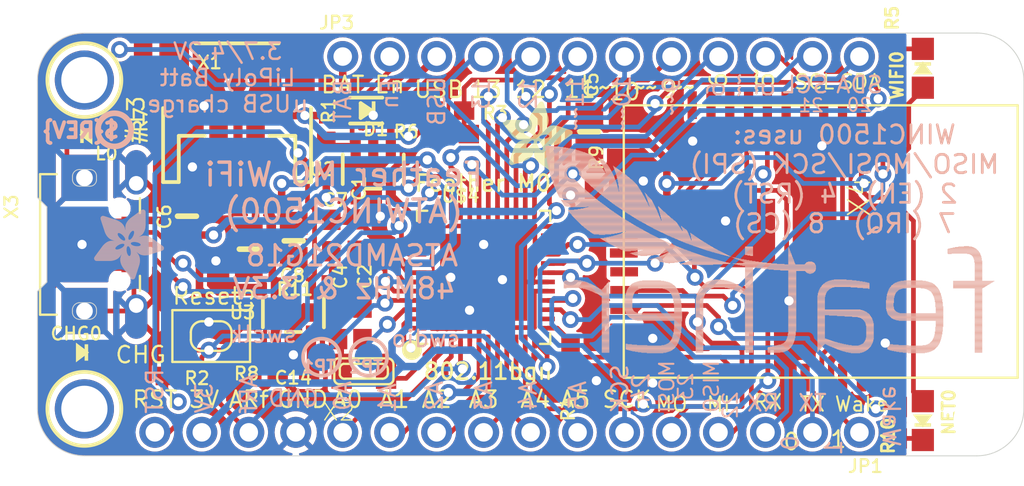
<source format=kicad_pcb>
(kicad_pcb (version 20221018) (generator pcbnew)
  (layers (0 "F.Cu" signal) (31 "B.Cu" signal) (34 "B.Paste" user) (35 "F.Paste" user) (36 "B.SilkS" user "B.Silkscreen") (37 "F.SilkS" user "F.Silkscreen") (38 "B.Mask" user) (39 "F.Mask" user) (44 "Edge.Cuts" user))
  (net 0 "")
  (net 1 "GND")
  (net 2 "MOSI")
  (net 3 "MISO")
  (net 4 "SCK")
  (net 5 "A5")
  (net 6 "A4")
  (net 7 "A3")
  (net 8 "A2")
  (net 9 "A1")
  (net 10 "D11")
  (net 11 "D12")
  (net 12 "+3V3")
  (net 13 "VBUS")
  (net 14 "VBAT")
  (net 15 "N$2")
  (net 16 "AREF")
  (net 17 "D13")
  (net 18 "A0")
  (net 19 "N$1")
  (net 20 "N$3")
  (net 21 "N$4")
  (net 22 "VDDCORE")
  (net 23 "SCL")
  (net 24 "SDA")
  (net 25 "D9")
  (net 26 "D6")
  (net 27 "D5")
  (net 28 "D1")
  (net 29 "D0")
  (net 30 "D10")
  (net 31 "D+")
  (net 32 "D-")
  (net 33 "~{RESET}")
  (net 34 "SWCLK")
  (net 35 "SWDIO")
  (net 36 "N$5")
  (net 37 "N$7")
  (net 38 "EN")
  (net 39 "D3")
  (net 40 "D2_CHIP_EN")
  (net 41 "D8_WINC_CS")
  (net 42 "D7_WINC_IRQ")
  (net 43 "D4_WINC_RST")
  (net 44 "WAKE")
  (net 45 "N$6")
  (net 46 "N$8")
  (net 47 "N$9")
  (net 48 "N$10")
  (footprint "working:JSTPH2" (layer "F.Cu") (at 132.6261 97.1296)
    (fp_text reference "X1")
    (fp_text value "JSTPH")
  )
  (footprint "working:0603-NO" (layer "F.Cu") (at 127.9271 112.1156)
    (fp_text reference "R2")
    (fp_text value "1K")
  )
  (footprint "working:0603-NO" (layer "F.Cu") (at 168.3512 114.6429 -90)
    (fp_text reference "R10")
    (fp_text value "1k")
  )
  (footprint "working:0603-NO" (layer "F.Cu") (at 144.3101 99.0346 180)
    (fp_text reference "R6")
    (fp_text value "100K")
  )
  (footprint "working:MOUNTINGHOLE_2.5_PLATED" (layer "F.Cu") (at 124.3711 113.8936 -90)
    (fp_text reference "U$32" hide)
    (fp_text value "MOUNTINGHOLE2.5" hide)
  )
  (footprint "" (layer "F.Cu") (at 172.6311 114.5286)
    (fp_text reference "@HOLE1" hide)
    (fp_text value "")
  )
  (footprint "working:0603-NO" (layer "F.Cu") (at 144.0561 97.7646)
    (fp_text reference "R3")
    (fp_text value "100k")
  )
  (footprint "working:CHIPLED_0805_NOOUTLINE" (layer "F.Cu") (at 169.7101 114.5286 180)
    (fp_text reference "NET0")
    (fp_text value "YELLOW")
  )
  (footprint "working:0603-NO" (layer "F.Cu") (at 139.4079 109.2708 90)
    (fp_text reference "C2")
    (fp_text value "22pF")
  )
  (footprint "working:4UCONN_20329_V2" (layer "F.Cu") (at 126.2761 105.0036 -90)
    (fp_text reference "X3")
    (fp_text value "microUSB")
    (fp_line (start -4.05 2.15) (end -4.05 1.6) (stroke (width 0.05)) (layer "Edge.Cuts"))
    (fp_line (start -3.7 1.25) (end -3.5 1.25) (stroke (width 0.05)) (layer "Edge.Cuts"))
    (fp_line (start -3.5 2.55) (end -3.7 2.55) (stroke (width 0.05)) (layer "Edge.Cuts"))
    (fp_line (start -3.15 1.6) (end -3.15 2.15) (stroke (width 0.05)) (layer "Edge.Cuts"))
    (fp_line (start 3.15 2.2) (end 3.15 1.6) (stroke (width 0.05)) (layer "Edge.Cuts"))
    (fp_line (start 4.05 1.6) (end 4.05 2.2) (stroke (width 0.05)) (layer "Edge.Cuts"))
    (fp_arc (start -4.05 1.6) (mid -3.947487 1.352513) (end -3.7 1.25) (stroke (width 0.05)) (layer "Edge.Cuts"))
    (fp_arc (start -3.7 2.55) (mid -3.957843 2.422487) (end -4.05 2.15) (stroke (width 0.05)) (layer "Edge.Cuts"))
    (fp_arc (start -3.5 1.25) (mid -3.252513 1.352513) (end -3.15 1.6) (stroke (width 0.05)) (layer "Edge.Cuts"))
    (fp_arc (start -3.15 2.15) (mid -3.242157 2.422487) (end -3.5 2.55) (stroke (width 0.05)) (layer "Edge.Cuts"))
    (fp_arc (start 3.15 1.6) (mid 3.302513 1.331802) (end 3.6 1.25) (stroke (width 0.05)) (layer "Edge.Cuts"))
    (fp_arc (start 3.6 1.25) (mid 3.897487 1.331802) (end 4.05 1.6) (stroke (width 0.05)) (layer "Edge.Cuts"))
    (fp_arc (start 3.6 2.55) (mid 3.302513 2.468198) (end 3.15 2.2) (stroke (width 0.05)) (layer "Edge.Cuts"))
    (fp_arc (start 4.05 2.2) (mid 3.897487 2.468198) (end 3.6 2.55) (stroke (width 0.05)) (layer "Edge.Cuts"))
  )
  (footprint "working:0603-NO" (layer "F.Cu") (at 132.5499 112.089007)
    (fp_text reference "C14")
    (fp_text value "1uF")
  )
  (footprint "working:ADAFRUIT_3.5MM" (layer "F.Cu") (at 146.9771 101.0666)
    (fp_text reference "U$7" hide)
    (fp_text value "" hide)
  )
  (footprint "working:0805-NO" (layer "F.Cu") (at 135.6891 104.8096 -90)
    (fp_text reference "C8")
    (fp_text value "10µF")
  )
  (footprint "working:0603-NO" (layer "F.Cu") (at 168.3131 95.2881 90)
    (fp_text reference "R5")
    (fp_text value "1k")
  )
  (footprint "working:FIDUCIAL_1MM" (layer "F.Cu") (at 167.9793 107.9176 -90)
    (fp_text reference "U$35" hide)
    (fp_text value "FIDUCIAL\"\"" hide)
  )
  (footprint "working:SOT23-5" (layer "F.Cu") (at 139.9921 100.9396 180)
    (fp_text reference "U2")
    (fp_text value "AP2112K-3.3")
  )
  (footprint "" (layer "F.Cu") (at 172.6311 95.4786)
    (fp_text reference "@HOLE0" hide)
    (fp_text value "")
  )
  (footprint "working:1X16_ROUND" (layer "F.Cu") (at 147.2311 115.1636 180)
    (fp_text reference "JP1")
    (fp_text value "")
  )
  (footprint "working:CHIPLED_0805_NOOUTLINE" (layer "F.Cu") (at 169.7101 95.4786)
    (fp_text reference "WIFI0")
    (fp_text value "GREEN")
  )
  (footprint "working:0805-NO" (layer "F.Cu") (at 151.6761 98.9076 90)
    (fp_text reference "C5")
    (fp_text value "10uF")
  )
  (footprint "working:0603-NO" (layer "F.Cu") (at 137.7231 104.5208 90)
    (fp_text reference "C7")
    (fp_text value "1uF")
  )
  (footprint "working:0603-NO" (layer "F.Cu") (at 139.1031 104.4956 90)
    (fp_text reference "C1")
    (fp_text value "1uF")
  )
  (footprint "working:SOT23-5" (layer "F.Cu") (at 135.6741 108.6866 180)
    (fp_text reference "U3")
    (fp_text value "MCP73831T-2ACI/OT")
  )
  (footprint "working:CHIPLED_0805_NOOUTLINE" (layer "F.Cu") (at 124.4761 99.0746 90)
    (fp_text reference "L0")
    (fp_text value "RED")
  )
  (footprint "working:XTAL3215" (layer "F.Cu") (at 139.4841 111.8616)
    (fp_text reference "X2")
    (fp_text value "32.768")
  )
  (footprint "working:0603-NO" (layer "F.Cu") (at 138.0871 109.2708 90)
    (fp_text reference "C4")
    (fp_text value "22pF")
  )
  (footprint "working:0603-NO" (layer "F.Cu") (at 151.9301 102.8446 90)
    (fp_text reference "R9")
    (fp_text value "100k")
  )
  (footprint "working:MOUNTINGHOLE_2.5_PLATED" (layer "F.Cu") (at 124.3711 96.1136 -90)
    (fp_text reference "U$31" hide)
    (fp_text value "MOUNTINGHOLE2.5" hide)
  )
  (footprint "working:FIDUCIAL_1MM" (layer "F.Cu") (at 132.6261 96.3676 -90)
    (fp_text reference "U$34" hide)
    (fp_text value "FIDUCIAL\"\"" hide)
  )
  (footprint "working:0603-NO" (layer "F.Cu") (at 137.4521 100.3046 90)
    (fp_text reference "R1")
    (fp_text value "100k")
  )
  (footprint "working:CHIPLED_0805_NOOUTLINE" (layer "F.Cu") (at 124.2441 110.8456 -90)
    (fp_text reference "CHG0")
    (fp_text value "ORANGE")
  )
  (footprint "working:ATWINC1500_MR210PA" (layer "F.Cu") (at 161.2011 105.0544 -90)
    (fp_text reference "X4")
    (fp_text value "ATWINC1500_MR210PA")
  )
  (footprint "working:0603-NO" (layer "F.Cu") (at 127.5461 95.4786 -90)
    (fp_text reference "R7")
    (fp_text value "2.2K")
  )
  (footprint "working:0805-NO" (layer "F.Cu") (at 133.2611 105.2576 -90)
    (fp_text reference "C3")
    (fp_text value "10µF")
  )
  (footprint "working:0603-NO" (layer "F.Cu") (at 150.6601 111.3536 -90)
    (fp_text reference "R4")
    (fp_text value "100k")
  )
  (footprint "working:TQFN48_7MM" (layer "F.Cu") (at 145.9611 106.7816)
    (fp_text reference "U$4")
    (fp_text value "ATSAMD21G18_QFN")
  )
  (footprint "working:0805-NO" (layer "F.Cu") (at 129.9191 103.4746 90)
    (fp_text reference "C6")
    (fp_text value "10µF")
  )
  (footprint "working:SOD-123" (layer "F.Cu") (at 139.6111 97.7646 180)
    (fp_text reference "D1")
    (fp_text value "MBR120")
  )
  (footprint "working:1X12_ROUND" (layer "F.Cu") (at 152.3111 94.8436)
    (fp_text reference "JP3")
    (fp_text value "")
  )
  (footprint "working:KMR2" (layer "F.Cu") (at 131.2291 109.9566 180)
    (fp_text reference "SW1" hide)
    (fp_text value "SPST_TACT-KMR2" hide)
  )
  (footprint "working:0603-NO" (layer "F.Cu") (at 135.6741 112.1156 180)
    (fp_text reference "R8")
    (fp_text value "4.7K")
  )
  (footprint "working:0603-NO" (layer "F.Cu") (at 138.5951 107.1626 180)
    (fp_text reference "R11")
    (fp_text value "1K")
  )
  (footprint "working:TESTPOINT_ROUND_1.5MM" (layer "B.Cu") (at 137.1981 111.0996 180)
    (fp_text reference "TP1")
    (fp_text value "")
  )
  (footprint "working:ADAFRUIT_3.5MM" (layer "B.Cu") (at 124.8791 103.0986)
    (fp_text reference "U$12" hide)
    (fp_text value "" hide)
  )
  (footprint "working:FEATHERLOGO" (layer "B.Cu") (at 173.5963 110.9472 180)
    (fp_text reference "U$9" hide)
    (fp_text value "" hide)
  )
  (footprint "working:TESTPOINT_ROUND_1.5MM" (layer "B.Cu") (at 139.7381 111.0996 180)
    (fp_text reference "TP2")
    (fp_text value "")
  )
  (footprint "working:PCBFEAT-REV-040" (layer "B.Cu") (at 125.9967 98.806 180)
    (fp_text reference "U$13" hide)
    (fp_text value "" hide)
  )
  (gr_line (start 172.6311 93.5736) (end 124.3711 93.5736) (stroke (width 0.05)) (layer "Edge.Cuts"))
  (gr_line (start 121.8311 107.5436) (end 121.8311 113.8936) (stroke (width 0.05)) (layer "Edge.Cuts"))
  (gr_arc (start 172.6311 93.5736) (mid 174.427151 94.317549) (end 175.1711 96.1136) (stroke (width 0.05)) (layer "Edge.Cuts"))
  (gr_arc (start 124.3711 116.4336) (mid 122.575049 115.689651) (end 121.8311 113.8936) (stroke (width 0.05)) (layer "Edge.Cuts"))
  (gr_line (start 121.8311 96.1136) (end 121.8311 102.4636) (stroke (width 0.05)) (layer "Edge.Cuts"))
  (gr_arc (start 121.8311 96.1136) (mid 122.575049 94.317549) (end 124.3711 93.5736) (stroke (width 0.05)) (layer "Edge.Cuts"))
  (gr_arc (start 175.1711 113.8936) (mid 174.427151 115.689651) (end 172.6311 116.4336) (stroke (width 0.05)) (layer "Edge.Cuts"))
  (gr_line (start 175.1711 113.8936) (end 175.1711 96.1136) (stroke (width 0.05)) (layer "Edge.Cuts"))
  (gr_line (start 122.3391 107.0356) (end 121.8311 107.5436) (stroke (width 0.05)) (layer "Edge.Cuts"))
  (gr_line (start 121.8311 102.4636) (end 122.3391 102.9716) (stroke (width 0.05)) (layer "Edge.Cuts"))
  (gr_line (start 124.3711 116.4336) (end 172.6311 116.4336) (stroke (width 0.05)) (layer "Edge.Cuts"))
  (gr_line (start 122.3391 102.9716) (end 122.3391 107.0356) (stroke (width 0.05)) (layer "Edge.Cuts"))
  (gr_text "24" (at 154.4701 112.8141 -270) (layer "B.SilkS") (effects (font (size 0.89408 0.89408) (thickness 0.12192)) (justify mirror)))
  (gr_text "RX" (at 161.0741 113.5761) (layer "B.SilkS") (effects (font (size 0.89408 0.89408) (thickness 0.12192)) (justify mirror)))
  (gr_text "6" (at 158.5341 96.6216 -270) (layer "B.SilkS") (effects (font (size 0.89408 0.89408) (thickness 0.12192)) (justify mirror)))
  (gr_text "0" (at 162.4711 115.7351 -90) (layer "B.SilkS") (effects (font (size 0.89408 0.89408) (thickness 0.12192)) (justify mirror)))
  (gr_text "swclk" (at 134.0485 109.8677) (layer "B.SilkS") (effects (font (size 0.89408 0.89408) (thickness 0.12192)) (justify mirror)))
  (gr_text "23" (at 156.8831 112.6871 -270) (layer "B.SilkS") (effects (font (size 0.78232 0.78232) (thickness 0.10668)) (justify mirror)))
  (gr_text "SDA" (at 166.2811 96.3676) (layer "B.SilkS") (effects (font (size 0.89408 0.89408) (thickness 0.12192)) (justify mirror)))
  (gr_text "9~~" (at 156.1211 97.0026 -270) (layer "B.SilkS") (effects (font (size 0.89408 0.89408) (thickness 0.12192)) (justify mirror)))
  (gr_text "Wake" (at 167.9956 114.2746 -90) (layer "B.SilkS") (effects (font (size 0.89408 0.89408) (thickness 0.12192)) (justify mirror)))
  (gr_text "ARf" (at 133.2611 113.0681 -270) (layer "B.SilkS") (effects (font (size 0.89408 0.89408) (thickness 0.12192)) (justify mirror)))
  (gr_text "10~~" (at 153.4541 97.3836 -270) (layer "B.SilkS") (effects (font (size 0.89408 0.89408) (thickness 0.12192)) (justify mirror)))
  (gr_text "WINC1500 uses:\nMISO/MOSI/SCK (SPI)\n2 (EN)  4 (RST)\n7 (IRQ)  8 (CS)" (at 165.4683 101.473) (layer "B.SilkS") (effects (font (size 0.99441 0.99441) (thickness 0.14859)) (justify mirror)))
  (gr_text "USB" (at 143.4211 97.2566 -270) (layer "B.SilkS") (effects (font (size 0.89408 0.89408) (thickness 0.12192)) (justify mirror)))
  (gr_text "A3" (at 145.9611 113.1951 -270) (layer "B.SilkS") (effects (font (size 0.89408 0.89408) (thickness 0.12192)) (justify mirror)))
  (gr_text "20" (at 166.2811 97.4598) (layer "B.SilkS") (effects (font (size 0.715264 0.715264) (thickness 0.097536)) (justify mirror)))
  (gr_text "swdio" (at 142.8242 110.0963) (layer "B.SilkS") (effects (font (size 0.89408 0.89408) (thickness 0.12192)) (justify mirror)))
  (gr_text "GND" (at 135.6741 113.3221) (layer "B.SilkS") (effects (font (size 0.89408 0.89408) (thickness 0.12192)) (justify mirror)))
  (gr_text "A5" (at 151.0411 113.1951 -270) (layer "B.SilkS") (effects (font (size 0.89408 0.89408) (thickness 0.12192)) (justify mirror)))
  (gr_text "A4" (at 148.3741 113.1951 -270) (layer "B.SilkS") (effects (font (size 0.89408 0.89408) (thickness 0.12192)) (justify mirror)))
  (gr_text "22" (at 159.2961 113.7031 -270) (layer "B.SilkS") (effects (font (size 0.78232 0.78232) (thickness 0.10668)) (justify mirror)))
  (gr_text "21" (at 163.6649 97.4852) (layer "B.SilkS") (effects (font (size 0.715264 0.715264) (thickness 0.097536)) (justify mirror)))
  (gr_text "BAT" (at 138.3411 97.2566 -270) (layer "B.SilkS") (effects (font (size 0.89408 0.89408) (thickness 0.12192)) (justify mirror)))
  (gr_text "~~" (at 159.8041 96.3676 -90) (layer "B.SilkS") (effects (font (size 0.89408 0.89408) (thickness 0.12192)) (justify mirror)))
  (gr_text "13" (at 145.8341 96.8756 -270) (layer "B.SilkS") (effects (font (size 0.89408 0.89408) (thickness 0.12192)) (justify mirror)))
  (gr_text "SCK" (at 153.3271 112.8141 -270) (layer "B.SilkS") (effects (font (size 0.89408 0.89408) (thickness 0.12192)) (justify mirror)))
  (gr_text "MISO" (at 158.2801 112.6871 -270) (layer "B.SilkS") (effects (font (size 0.78232 0.78232) (thickness 0.10668)) (justify mirror)))
  (gr_text "SCL" (at 163.3601 96.3676) (layer "B.SilkS") (effects (font (size 0.89408 0.89408) (thickness 0.12192)) (justify mirror)))
  (gr_text "12" (at 148.3741 96.8756 -270) (layer "B.SilkS") (effects (font (size 0.89408 0.89408) (thickness 0.12192)) (justify mirror)))
  (gr_text "MOSI" (at 155.8671 112.6871 -270) (layer "B.SilkS") (effects (font (size 0.78232 0.78232) (thickness 0.10668)) (justify mirror)))
  (gr_text "11~~" (at 150.9141 97.3836 -270) (layer "B.SilkS") (effects (font (size 0.89408 0.89408) (thickness 0.12192)) (justify mirror)))
  (gr_text "RST" (at 128.1811 112.9411 -270) (layer "B.SilkS") (effects (font (size 0.89408 0.89408) (thickness 0.12192)) (justify mirror)))
  (gr_text "Feather M0 WiFi\n(ATWINC1500)" (at 138.3919 102.2223) (layer "B.SilkS") (effects (font (size 1.237488 1.237488) (thickness 0.184912)) (justify mirror)))
  (gr_text "3.7/4.2V\nLiPoly Batt\nµUSB charge" (at 132.1181 95.9866) (layer "B.SilkS") (effects (font (size 0.88392 0.88392) (thickness 0.13208)) (justify mirror)))
  (gr_text "A2" (at 143.2941 113.1951 -270) (layer "B.SilkS") (effects (font (size 0.89408 0.89408) (thickness 0.12192)) (justify mirror)))
  (gr_text "3V" (at 130.8481 113.3221 -270) (layer "B.SilkS") (effects (font (size 0.89408 0.89408) (thickness 0.12192)) (justify mirror)))
  (gr_text "1" (at 164.8841 115.9891 -270) (layer "B.SilkS") (effects (font (size 0.89408 0.89408) (thickness 0.12192)) (justify mirror)))
  (gr_text "5" (at 161.2011 96.6216 -270) (layer "B.SilkS") (effects (font (size 0.89408 0.89408) (thickness 0.12192)) (justify mirror)))
  (gr_text "A0" (at 138.3411 113.1951 -270) (layer "B.SilkS") (effects (font (size 0.89408 0.89408) (thickness 0.12192)) (justify mirror)))
  (gr_text "En" (at 140.8811 96.8756 -270) (layer "B.SilkS") (effects (font (size 0.89408 0.89408) (thickness 0.12192)) (justify mirror)))
  (gr_text "A1" (at 140.7541 113.3221 -270) (layer "B.SilkS") (effects (font (size 0.89408 0.89408) (thickness 0.12192)) (justify mirror)))
  (gr_text "TX" (at 163.7411 113.5761) (layer "B.SilkS") (effects (font (size 0.89408 0.89408) (thickness 0.12192)) (justify mirror)))
  (gr_text "ATSAMD21G18 \n48MHz & 3.3V" (at 138.4173 106.5022) (layer "B.SilkS") (effects (font (size 1.1049 1.1049) (thickness 0.1651)) (justify mirror)))
  (gr_text "RST" (at 128.1811 113.3856) (layer "F.SilkS") (effects (font (size 0.89408 0.89408) (thickness 0.12192))))
  (gr_text "~~" (at 154.7241 96.4946) (layer "F.SilkS") (effects (font (size 0.89408 0.89408) (thickness 0.12192))))
  (gr_text "SCK" (at 153.7081 113.3856) (layer "F.SilkS") (effects (font (size 0.89408 0.89408) (thickness 0.12192))))
  (gr_text "~~" (at 152.1841 96.4946) (layer "F.SilkS") (effects (font (size 0.89408 0.89408) (thickness 0.12192))))
  (gr_text "1" (at 165.1381 115.5446) (layer "F.SilkS") (effects (font (size 0.89408 0.89408) (thickness 0.12192))))
  (gr_text "Reset" (at 130.9751 107.7976) (layer "F.SilkS") (effects (font (size 0.89408 0.89408) (thickness 0.12192))))
  (gr_text "BAT" (at 138.3411 96.3676) (layer "F.SilkS") (effects (font (size 0.89408 0.89408) (thickness 0.12192))))
  (gr_text "A5" (at 150.9141 113.3856) (layer "F.SilkS") (effects (font (size 0.89408 0.89408) (thickness 0.12192))))
  (gr_text "11" (at 151.1681 96.6216) (layer "F.SilkS") (effects (font (size 0.89408 0.89408) (thickness 0.12192))))
  (gr_text "TX" (at 163.7411 113.6396) (layer "F.SilkS") (effects (font (size 0.78232 0.78232) (thickness 0.10668))))
  (gr_text "5" (at 161.2011 96.1136 90) (layer "F.SilkS") (effects (font (size 0.89408 0.89408) (thickness 0.12192))))
  (gr_text "SCL" (at 163.8427 96.2152) (layer "F.SilkS") (effects (font (size 0.78232 0.78232) (thickness 0.10668))))
  (gr_text "~~" (at 160.6931 96.1136 90) (layer "F.SilkS") (effects (font (size 0.89408 0.89408) (thickness 0.12192))))
  (gr_text "10" (at 153.5811 96.7486) (layer "F.SilkS") (effects (font (size 0.89408 0.89408) (thickness 0.12192))))
  (gr_text "A1" (at 141.1351 113.3856) (layer "F.SilkS") (effects (font (size 0.89408 0.89408) (thickness 0.12192))))
  (gr_text "12" (at 148.5011 96.6216) (layer "F.SilkS") (effects (font (size 0.89408 0.89408) (thickness 0.12192))))
  (gr_text "A2" (at 143.4211 113.3856) (layer "F.SilkS") (effects (font (size 0.89408 0.89408) (thickness 0.12192))))
  (gr_text "3V" (at 130.8481 113.3856) (layer "F.SilkS") (effects (font (size 0.89408 0.89408) (thickness 0.12192))))
  (gr_text "Feather M0" (at 142.1511 102.2096) (layer "F.SilkS") (effects (font (size 0.87376 0.87376) (thickness 0.14224)) (justify left bottom)))
  (gr_text "9" (at 155.9941 96.6216) (layer "F.SilkS") (effects (font (size 0.89408 0.89408) (thickness 0.12192))))
  (gr_text "RX" (at 161.3281 113.5126) (layer "F.SilkS") (effects (font (size 0.78232 0.78232) (thickness 0.10668))))
  (gr_text "13" (at 146.0881 96.6216) (layer "F.SilkS") (effects (font (size 0.89408 0.89408) (thickness 0.12192))))
  (gr_text "802.11bgn" (at 149.7711 111.3536) (layer "F.SilkS") (effects (font (size 0.87376 0.87376) (thickness 0.14224)) (justify right top)))
  (gr_text "MI" (at 158.6611 113.6396) (layer "F.SilkS") (effects (font (size 0.78232 0.78232) (thickness 0.10668))))
  (gr_text "#13" (at 127.1651 98.2726 90) (layer "F.SilkS") (effects (font (size 0.89408 0.89408) (thickness 0.12192))))
  (gr_text "0" (at 162.5981 115.6716) (layer "F.SilkS") (effects (font (size 0.89408 0.89408) (thickness 0.12192))))
  (gr_text "GND" (at 136.1821 113.3856) (layer "F.SilkS") (effects (font (size 0.89408 0.89408) (thickness 0.12192))))
  (gr_text "SDA" (at 166.3319 96.2152) (layer "F.SilkS") (effects (font (size 0.78232 0.78232) (thickness 0.10668))))
  (gr_text "MO" (at 156.1211 113.6396) (layer "F.SilkS") (effects (font (size 0.78232 0.78232) (thickness 0.10668))))
  (gr_text "6" (at 158.6611 96.1136 90) (layer "F.SilkS") (effects (font (size 0.89408 0.89408) (thickness 0.12192))))
  (gr_text "En" (at 140.8811 96.3676) (layer "F.SilkS") (effects (font (size 0.89408 0.89408) (thickness 0.12192))))
  (gr_text "A0" (at 138.5951 113.3856) (layer "F.SilkS") (effects (font (size 0.89408 0.89408) (thickness 0.12192))))
  (gr_text "~~" (at 156.7561 96.4946) (layer "F.SilkS") (effects (font (size 0.89408 0.89408) (thickness 0.12192))))
  (gr_text "USB" (at 143.5481 96.6216) (layer "F.SilkS") (effects (font (size 0.89408 0.89408) (thickness 0.12192))))
  (gr_text "A4" (at 148.7551 113.3856) (layer "F.SilkS") (effects (font (size 0.89408 0.89408) (thickness 0.12192))))
  (gr_text "CHG" (at 127.4191 110.9726) (layer "F.SilkS") (effects (font (size 0.89408 0.89408) (thickness 0.12192))))
  (gr_text "ARf" (at 133.2611 113.3856) (layer "F.SilkS") (effects (font (size 0.89408 0.89408) (thickness 0.12192))))
  (gr_text "A3" (at 145.9611 113.3856) (layer "F.SilkS") (effects (font (size 0.89408 0.89408) (thickness 0.12192))))
  (gr_text "Wake" (at 166.4081 113.6396) (layer "F.SilkS") (effects (font (size 0.78232 0.78232) (thickness 0.10668))))
  (segment (start 145.7111 106.5316) (end 145.9611 106.7816) (width 0.254) (layer "F.Cu") (net 1))
  (segment (start 126.8761 108.6036) (end 127.1761 108.3036) (width 0.254) (layer "F.Cu") (net 1))
  (segment (start 123.4261 99.0746) (end 123.4261 101.4036) (width 0.254) (layer "F.Cu") (net 1))
  (segment (start 143.1671 99.0346) (end 141.8971 100.3046) (width 0.254) (layer "F.Cu") (net 1))
  (segment (start 149.4361 107.0316) (end 146.2111 107.0316) (width 0.254) (layer "F.Cu") (net 1))
  (segment (start 143.4601 99.0346) (end 143.1671 99.0346) (width 0.254) (layer "F.Cu") (net 1))
  (segment (start 135.8011 105.7596) (end 135.6891 105.7596) (width 0.254) (layer "F.Cu") (net 1))
  (segment (start 137.7231 103.6708) (end 139.5351 103.8486) (width 0.4064) (layer "F.Cu") (net 1))
  (segment (start 143.7111 104.5316) (end 145.9611 106.7816) (width 0.254) (layer "F.Cu") (net 1))
  (segment (start 139.5351 103.8486) (end 139.1031 103.6456) (width 0.4064) (layer "F.Cu") (net 1))
  (segment (start 142.4861 106.5316) (end 145.7111 106.5316) (width 0.254) (layer "F.Cu") (net 1))
  (segment (start 142.0241 106.5276) (end 141.8971 106.5276) (width 0.254) (layer "F.Cu") (net 1))
  (segment (start 145.1991 107.5436) (end 145.1991 108.5596) (width 0.254) (layer "F.Cu") (net 1))
  (segment (start 133.2291 109.1566) (end 133.3501 109.1566) (width 0.254) (layer "F.Cu") (net 1))
  (segment (start 142.4861 106.5316) (end 142.0281 106.5316) (width 0.254) (layer "F.Cu") (net 1))
  (segment (start 139.4079 108.4208) (end 138.0871 108.4208) (width 0.254) (layer "F.Cu") (net 1))
  (segment (start 145.2111 107.5316) (end 145.1991 107.5436) (width 0.254) (layer "F.Cu") (net 1))
  (segment (start 127.0511 106.3036) (end 124.8261 106.3036) (width 0.254) (layer "F.Cu") (net 1))
  (segment (start 146.2111 107.0316) (end 145.9611 106.7816) (width 0.254) (layer "F.Cu") (net 1))
  (segment (start 124.3761 108.6036) (end 126.8761 108.6036) (width 0.254) (layer "F.Cu") (net 1))
  (segment (start 141.8971 106.5276) (end 140.7541 104.8766) (width 0.254) (layer "F.Cu") (net 1))
  (segment (start 129.2291 109.1566) (end 133.2291 109.1566) (width 0.254) (layer "F.Cu") (net 1))
  (segment (start 145.2111 110.2566) (end 145.2111 107.5316) (width 0.254) (layer "F.Cu") (net 1))
  (segment (start 123.4261 101.4036) (end 124.3761 101.4036) (width 0.254) (layer "F.Cu") (net 1))
  (segment (start 142.0281 106.5316) (end 142.0241 106.5276) (width 0.254) (layer "F.Cu") (net 1))
  (segment (start 127.0511 106.3036) (end 127.0511 108.1786) (width 0.254) (layer "F.Cu") (net 1))
  (segment (start 139.9921 99.6395) (end 139.9921 98.3996) (width 0.254) (layer "F.Cu") (net 1))
  (segment (start 127.0511 108.1786) (end 127.1761 108.3036) (width 0.254) (layer "F.Cu") (net 1))
  (segment (start 159.0421 103.7336) (end 159.6969 104.3884) (width 0.254) (layer "F.Cu") (net 1))
  (segment (start 145.2111 107.5316) (end 145.9611 106.7816) (width 0.254) (layer "F.Cu") (net 1))
  (segment (start 159.6969 104.3884) (end 159.8701 104.3884) (width 0.254) (layer "F.Cu") (net 1))
  (segment (start 141.8971 100.3046) (end 141.7701 100.3046) (width 0.254) (layer "F.Cu") (net 1))
  (segment (start 143.7111 103.3066) (end 143.7111 104.5316) (width 0.254) (layer "F.Cu") (net 1))
  (segment (start 124.8261 106.3036) (end 124.2761 105.7536) (width 0.254) (layer "F.Cu") (net 1))
  (via (at 167.6781 110.3376) (size 0.9064) (drill 0.5) (layers "F.Cu" "B.Cu") (net 1))
  (via (at 131.1021 109.1946) (size 0.9064) (drill 0.5) (layers "F.Cu" "B.Cu") (net 1))
  (via (at 154.5971 101.5746) (size 0.9064) (drill 0.5) (layers "F.Cu" "B.Cu") (net 1))
  (via (at 130.2131 100.8126) (size 0.9064) (drill 0.5) (layers "F.Cu" "B.Cu") (net 1))
  (via (at 164.2491 99.6696) (size 0.9064) (drill 0.5) (layers "F.Cu" "B.Cu") (net 1))
  (via (at 152.0571 112.3696) (size 0.9064) (drill 0.5) (layers "F.Cu" "B.Cu") (net 1))
  (via (at 124.2441 105.0036) (size 0.9064) (drill 0.5) (layers "F.Cu" "B.Cu") (net 1))
  (via (at 155.1051 110.0836) (size 0.9064) (drill 0.5) (layers "F.Cu" "B.Cu") (net 1))
  (via (at 155.1051 112.4966) (size 0.9064) (drill 0.5) (layers "F.Cu" "B.Cu") (net 1))
  (via (at 139.9921 98.0186) (size 0.9064) (drill 0.5) (layers "F.Cu" "B.Cu") (net 1))
  (via (at 145.9611 105.0036) (size 0.9064) (drill 0.5) (layers "F.Cu" "B.Cu") (net 1))
  (via (at 146.9771 106.9086) (size 0.9064) (drill 0.5) (layers "F.Cu" "B.Cu") (net 1))
  (via (at 157.2641 99.4156) (size 0.9064) (drill 0.5) (layers "F.Cu" "B.Cu") (net 1))
  (via (at 162.4711 108.0516) (size 0.9064) (drill 0.5) (layers "F.Cu" "B.Cu") (net 1))
  (via (at 144.1831 106.7816) (size 0.9064) (drill 0.5) (layers "F.Cu" "B.Cu") (net 1))
  (via (at 140.3731 103.4796) (size 0.9064) (drill 0.5) (layers "F.Cu" "B.Cu") (net 1))
  (via (at 145.1991 108.5596) (size 0.9064) (drill 0.5) (layers "F.Cu" "B.Cu") (net 1))
  (via (at 159.0421 103.7336) (size 0.9064) (drill 0.5) (layers "F.Cu" "B.Cu") (net 1))
  (via (at 130.8481 97.5106) (size 0.9064) (drill 0.5) (layers "F.Cu" "B.Cu") (net 1))
  (via (at 131.4831 105.8926) (size 0.9064) (drill 0.5) (layers "F.Cu" "B.Cu") (net 1))
  (via (at 135.6741 110.9726) (size 0.9064) (drill 0.5) (layers "F.Cu" "B.Cu") (net 1))
  (segment (start 157.5181 109.5756) (end 158.2801 110.3376) (width 0.254) (layer "F.Cu") (net 2))
  (segment (start 150.5371 106.5316) (end 150.5371 106.6586) (width 0.254) (layer "F.Cu") (net 2))
  (segment (start 149.4361 106.5316) (end 150.5371 106.5316) (width 0.254) (layer "F.Cu") (net 2))
  (segment (start 161.3021 100.9656) (end 161.0741 101.1936) (width 0.254) (layer "F.Cu") (net 2))
  (segment (start 150.5371 106.6586) (end 150.6601 106.7816) (width 0.254) (layer "F.Cu") (net 2))
  (segment (start 157.5181 109.1946) (end 157.5181 109.5756) (width 0.254) (layer "F.Cu") (net 2))
  (segment (start 159.9311 113.7666) (end 157.0101 113.7666) (width 0.254) (layer "F.Cu") (net 2))
  (segment (start 159.9311 110.7186) (end 159.9311 113.7666) (width 0.254) (layer "F.Cu") (net 2))
  (segment (start 158.2801 110.3376) (end 159.5501 110.3376) (width 0.254) (layer "F.Cu") (net 2))
  (segment (start 159.5501 110.3376) (end 159.9311 110.7186) (width 0.254) (layer "F.Cu") (net 2))
  (segment (start 157.0101 113.7666) (end 156.1211 114.6556) (width 0.254) (layer "F.Cu") (net 2))
  (segment (start 156.1211 114.6556) (end 156.1211 115.1636) (width 0.254) (layer "F.Cu") (net 2))
  (segment (start 161.3021 97.4704) (end 161.3021 100.9656) (width 0.254) (layer "F.Cu") (net 2))
  (via (at 161.0741 101.1936) (size 0.9064) (drill 0.5) (layers "F.Cu" "B.Cu") (net 2))
  (via (at 150.6601 106.7816) (size 0.9064) (drill 0.5) (layers "F.Cu" "B.Cu") (net 2))
  (via (at 157.5181 109.1946) (size 0.9064) (drill 0.5) (layers "F.Cu" "B.Cu") (net 2))
  (segment (start 157.5181 107.9246) (end 157.5181 109.1946) (width 0.254) (layer "B.Cu") (net 2))
  (segment (start 150.6601 106.7816) (end 150.7871 106.9086) (width 0.254) (layer "B.Cu") (net 2))
  (segment (start 152.4381 107.7976) (end 157.3911 107.7976) (width 0.254) (layer "B.Cu") (net 2))
  (segment (start 157.5181 107.9246) (end 161.0741 104.3686) (width 0.254) (layer "B.Cu") (net 2))
  (segment (start 157.3911 107.7976) (end 157.5181 107.9246) (width 0.254) (layer "B.Cu") (net 2))
  (segment (start 151.5491 106.9086) (end 152.4381 107.7976) (width 0.254) (layer "B.Cu") (net 2))
  (segment (start 150.7871 106.9086) (end 151.5491 106.9086) (width 0.254) (layer "B.Cu") (net 2))
  (segment (start 161.0741 104.3686) (end 161.0741 101.1936) (width 0.254) (layer "B.Cu") (net 2))
  (segment (start 160.4391 114.1476) (end 160.4391 107.7976) (width 0.254) (layer "F.Cu") (net 3))
  (segment (start 150.5331 105.0036) (end 151.0411 105.0036) (width 0.254) (layer "F.Cu") (net 3))
  (segment (start 159.2701 100.5496) (end 159.2701 97.4704) (width 0.254) (layer "F.Cu") (net 3))
  (segment (start 159.4231 115.1636) (end 158.6611 115.1636) (width 0.254) (layer "F.Cu") (net 3))
  (segment (start 157.3561 102.4636) (end 159.2701 100.5496) (width 0.254) (layer "F.Cu") (net 3))
  (segment (start 150.0051 105.5316) (end 150.5331 105.0036) (width 0.254) (layer "F.Cu") (net 3))
  (segment (start 160.4391 107.7976) (end 159.9311 107.2896) (width 0.254) (layer "F.Cu") (net 3))
  (segment (start 157.8991 107.2896) (end 157.3911 106.7816) (width 0.254) (layer "F.Cu") (net 3))
  (segment (start 157.3561 106.7466) (end 157.3911 106.7816) (width 0.254) (layer "F.Cu") (net 3))
  (segment (start 149.4361 105.5316) (end 150.0051 105.5316) (width 0.254) (layer "F.Cu") (net 3))
  (segment (start 157.3561 102.4636) (end 157.3561 106.7466) (width 0.254) (layer "F.Cu") (net 3))
  (segment (start 160.4391 114.1476) (end 159.4231 115.1636) (width 0.254) (layer "F.Cu") (net 3))
  (segment (start 159.9311 107.2896) (end 157.8991 107.2896) (width 0.254) (layer "F.Cu") (net 3))
  (via (at 157.3911 106.7816) (size 0.9064) (drill 0.5) (layers "F.Cu" "B.Cu") (net 3))
  (via (at 151.0411 105.0036) (size 0.9064) (drill 0.5) (layers "F.Cu" "B.Cu") (net 3))
  (segment (start 157.3911 106.6546) (end 157.3911 106.7816) (width 0.254) (layer "B.Cu") (net 3))
  (segment (start 151.0411 105.0036) (end 155.7401 105.0036) (width 0.254) (layer "B.Cu") (net 3))
  (segment (start 155.7401 105.0036) (end 157.3911 106.6546) (width 0.254) (layer "B.Cu") (net 3))
  (segment (start 158.2611 100.8316) (end 158.2541 100.8246) (width 0.254) (layer "F.Cu") (net 4))
  (segment (start 149.4361 106.0316) (end 150.2671 106.0316) (width 0.254) (layer "F.Cu") (net 4))
  (segment (start 158.2611 100.8316) (end 156.6291 102.4636) (width 0.254) (layer "F.Cu") (net 4))
  (segment (start 151.5491 106.0316) (end 151.5491 106.0196) (width 0.254) (layer "F.Cu") (net 4))
  (segment (start 158.2541 100.8246) (end 158.2541 97.4704) (width 0.254) (layer "F.Cu") (net 4))
  (segment (start 155.2321 106.0196) (end 156.6291 104.6226) (width 0.254) (layer "F.Cu") (net 4))
  (segment (start 150.4061 105.8926) (end 151.4221 105.8926) (width 0.254) (layer "F.Cu") (net 4))
  (segment (start 151.4221 105.8926) (end 151.5491 106.0196) (width 0.254) (layer "F.Cu") (net 4))
  (segment (start 150.2671 106.0316) (end 150.4061 105.8926) (width 0.254) (layer "F.Cu") (net 4))
  (segment (start 156.6291 102.4636) (end 156.6291 104.6226) (width 0.254) (layer "F.Cu") (net 4))
  (via (at 151.5491 106.0196) (size 0.9064) (drill 0.5) (layers "F.Cu" "B.Cu") (net 4))
  (via (at 155.2321 106.0196) (size 0.9064) (drill 0.5) (layers "F.Cu" "B.Cu") (net 4))
  (segment (start 151.1681 106.0196) (end 151.5491 106.0196) (width 0.254) (layer "B.Cu") (net 4))
  (segment (start 149.5171 105.8926) (end 151.0411 105.8926) (width 0.254) (layer "B.Cu") (net 4))
  (segment (start 149.0091 109.4486) (end 150.0251 110.4646) (width 0.254) (layer "B.Cu") (net 4))
  (segment (start 153.5811 112.7506) (end 153.5811 115.1636) (width 0.254) (layer "B.Cu") (net 4))
  (segment (start 149.0091 106.4006) (end 149.5171 105.8926) (width 0.254) (layer "B.Cu") (net 4))
  (segment (start 150.0251 110.4646) (end 151.2951 110.4646) (width 0.254) (layer "B.Cu") (net 4))
  (segment (start 151.2951 110.4646) (end 153.5811 112.7506) (width 0.254) (layer "B.Cu") (net 4))
  (segment (start 151.0411 105.8926) (end 151.1681 106.0196) (width 0.254) (layer "B.Cu") (net 4))
  (segment (start 151.5491 106.0196) (end 155.2321 106.0196) (width 0.254) (layer "B.Cu") (net 4))
  (segment (start 149.0091 106.4006) (end 149.0091 109.4486) (width 0.254) (layer "B.Cu") (net 4))
  (segment (start 141.6431 109.3216) (end 141.6431 110.2106) (width 0.254) (layer "F.Cu") (net 5))
  (segment (start 142.4861 109.0316) (end 141.9331 109.0316) (width 0.254) (layer "F.Cu") (net 5))
  (segment (start 141.9331 109.0316) (end 141.6431 109.3216) (width 0.254) (layer "F.Cu") (net 5))
  (segment (start 141.6431 110.2106) (end 142.0241 110.5916) (width 0.254) (layer "F.Cu") (net 5))
  (via (at 142.0241 110.5916) (size 0.9064) (drill 0.5) (layers "F.Cu" "B.Cu") (net 5))
  (segment (start 151.0411 115.0366) (end 151.0411 115.1636) (width 0.254) (layer "B.Cu") (net 5))
  (segment (start 142.0241 110.5916) (end 142.6591 109.9566) (width 0.254) (layer "B.Cu") (net 5))
  (segment (start 145.9611 109.9566) (end 151.0411 115.0366) (width 0.254) (layer "B.Cu") (net 5))
  (segment (start 142.6591 109.9566) (end 145.9611 109.9566) (width 0.254) (layer "B.Cu") (net 5))
  (segment (start 147.7111 110.2566) (end 147.7111 114.3736) (width 0.254) (layer "F.Cu") (net 6))
  (segment (start 147.7111 114.3736) (end 148.5011 115.1636) (width 0.254) (layer "F.Cu") (net 6))
  (segment (start 147.2111 110.2566) (end 147.2111 113.9136) (width 0.254) (layer "F.Cu") (net 7))
  (segment (start 147.2111 113.9136) (end 145.9611 115.1636) (width 0.254) (layer "F.Cu") (net 7))
  (segment (start 146.4691 113.8936) (end 145.4531 113.8936) (width 0.254) (layer "F.Cu") (net 8))
  (segment (start 145.4531 113.8936) (end 144.1831 115.1636) (width 0.254) (layer "F.Cu") (net 8))
  (segment (start 143.6751 115.1636) (end 143.4211 115.1636) (width 0.254) (layer "F.Cu") (net 8))
  (segment (start 144.1831 115.1636) (end 143.4211 115.1636) (width 0.254) (layer "F.Cu") (net 8))
  (segment (start 146.7111 110.2566) (end 146.7111 113.6516) (width 0.254) (layer "F.Cu") (net 8))
  (segment (start 146.7111 113.6516) (end 146.4691 113.8936) (width 0.254) (layer "F.Cu") (net 8))
  (segment (start 146.2151 113.2586) (end 145.3261 113.2586) (width 0.254) (layer "F.Cu") (net 9))
  (segment (start 142.9131 113.8936) (end 141.6431 115.1636) (width 0.254) (layer "F.Cu") (net 9))
  (segment (start 146.2111 110.2566) (end 146.2111 112.1196) (width 0.254) (layer "F.Cu") (net 9))
  (segment (start 144.6911 113.8936) (end 142.9131 113.8936) (width 0.254) (layer "F.Cu") (net 9))
  (segment (start 145.3261 113.2586) (end 144.6911 113.8936) (width 0.254) (layer "F.Cu") (net 9))
  (segment (start 146.2111 112.1196) (end 146.2151 112.1236) (width 0.254) (layer "F.Cu") (net 9))
  (segment (start 141.6431 115.1636) (end 140.8811 115.1636) (width 0.254) (layer "F.Cu") (net 9))
  (segment (start 146.2151 112.1236) (end 146.2151 113.2586) (width 0.254) (layer "F.Cu") (net 9))
  (segment (start 148.7111 103.3066) (end 148.7111 101.7456) (width 0.254) (layer "F.Cu") (net 10))
  (segment (start 149.3901 99.2886) (end 149.5171 99.1616) (width 0.254) (layer "F.Cu") (net 10))
  (segment (start 149.5171 99.1616) (end 149.5171 96.8756) (width 0.254) (layer "F.Cu") (net 10))
  (segment (start 149.3901 101.0666) (end 149.3901 99.2886) (width 0.254) (layer "F.Cu") (net 10))
  (segment (start 148.7111 101.7456) (end 149.3901 101.0666) (width 0.254) (layer "F.Cu") (net 10))
  (via (at 149.5171 96.8756) (size 0.9064) (drill 0.5) (layers "F.Cu" "B.Cu") (net 10))
  (segment (start 149.5171 96.8756) (end 149.5171 96.3676) (width 0.254) (layer "B.Cu") (net 10))
  (segment (start 149.5171 96.3676) (end 151.0411 94.8436) (width 0.254) (layer "B.Cu") (net 10))
  (segment (start 147.2111 103.3066) (end 147.2111 99.4356) (width 0.254) (layer "F.Cu") (net 11))
  (segment (start 147.2111 99.4356) (end 148.1201 98.5266) (width 0.254) (layer "F.Cu") (net 11))
  (via (at 148.1201 98.5266) (size 0.9064) (drill 0.5) (layers "F.Cu" "B.Cu") (net 11))
  (segment (start 148.1201 98.5266) (end 148.1201 98.1456) (width 0.254) (layer "B.Cu") (net 11))
  (segment (start 147.9931 94.8436) (end 148.5011 94.8436) (width 0.254) (layer "B.Cu") (net 11))
  (segment (start 147.2311 97.2566) (end 147.2311 95.6056) (width 0.254) (layer "B.Cu") (net 11))
  (segment (start 147.2311 95.6056) (end 147.9931 94.8436) (width 0.254) (layer "B.Cu") (net 11))
  (segment (start 148.1201 98.1456) (end 147.2311 97.2566) (width 0.254) (layer "B.Cu") (net 11))
  (segment (start 167.9321 102.4636) (end 166.7891 102.4636) (width 0.254) (layer "F.Cu") (net 12))
  (segment (start 169.2021 103.7336) (end 169.2021 112.9706) (width 0.254) (layer "F.Cu") (net 12))
  (segment (start 151.6761 99.8576) (end 151.6761 100.3046) (width 0.4064) (layer "F.Cu") (net 12))
  (segment (start 155.8671 100.4316) (end 155.8671 101.7016) (width 0.4064) (layer "F.Cu") (net 12))
  (segment (start 166.3821 101.5486) (end 166.5351 101.7016) (width 0.254) (layer "F.Cu") (net 12))
  (segment (start 169.2021 112.9706) (end 169.7101 113.4786) (width 0.254) (layer "F.Cu") (net 12))
  (segment (start 141.6431 101.0666) (end 142.0241 101.0666) (width 0.254) (layer "F.Cu") (net 12))
  (segment (start 135.0391 101.7016) (end 135.0391 103.2096) (width 0.4064) (layer "F.Cu") (net 12))
  (segment (start 168.4401 101.9556) (end 167.9321 102.4636) (width 0.254) (layer "F.Cu") (net 12))
  (segment (start 140.9421 102.2397) (end 140.9421 101.7676) (width 0.254) (layer "F.Cu") (net 12))
  (segment (start 169.7101 96.6216) (end 169.7101 96.5286) (width 0.254) (layer "F.Cu") (net 12))
  (segment (start 142.0241 101.0666) (end 142.6591 100.4316) (width 0.254) (layer "F.Cu") (net 12))
  (segment (start 141.1231 107.5316) (end 140.6525 107.0102) (width 0.254) (layer "F.Cu") (net 12))
  (segment (start 137.7231 105.3708) (end 137.7231 106.2736) (width 0.254) (layer "F.Cu") (net 12))
  (segment (start 155.8671 101.7016) (end 155.8671 103.4796) (width 0.4064) (layer "F.Cu") (net 12))
  (segment (start 154.8961 104.4506) (end 154.8959 104.4504) (width 0.4064) (layer "F.Cu") (net 12))
  (segment (start 168.4401 100.3046) (end 168.4401 101.9556) (width 0.254) (layer "F.Cu") (net 12))
  (segment (start 166.7891 102.4636) (end 166.5351 102.2096) (width 0.254) (layer "F.Cu") (net 12))
  (segment (start 154.8059 99.3704) (end 153.5581 99.3704) (width 0.4064) (layer "F.Cu") (net 12))
  (segment (start 144.8181 113.0046) (end 144.0561 113.0046) (width 0.254) (layer "F.Cu") (net 12))
  (segment (start 135.0391 103.2096) (end 135.6891 103.8596) (width 0.4064) (layer "F.Cu") (net 12))
  (segment (start 145.7111 112.1116) (end 144.8181 113.0046) (width 0.254) (layer "F.Cu") (net 12))
  (segment (start 137.7451 107.1626) (end 137.7231 107.1406) (width 0.254) (layer "F.Cu") (net 12))
  (segment (start 137.7231 107.1406) (end 137.7231 106.2736) (width 0.254) (layer "F.Cu") (net 12))
  (segment (start 143.2111 103.3066) (end 142.009 103.3066) (width 0.254) (layer "F.Cu") (net 12))
  (segment (start 142.009 103.3066) (end 140.9421 102.2397) (width 0.254) (layer "F.Cu") (net 12))
  (segment (start 151.6761 100.3046) (end 150.7871 101.1936) (width 0.4064) (layer "F.Cu") (net 12))
  (segment (start 142.6591 100.4316) (end 142.9131 100.4316) (width 0.254) (layer "F.Cu") (net 12))
  (segment (start 155.8671 103.4796) (end 154.8961 104.4506) (width 0.4064) (layer "F.Cu") (net 12))
  (segment (start 137.7231 106.2736) (end 140.5001 106.2736) (width 0.254) (layer "F.Cu") (net 12))
  (segment (start 154.8959 104.4504) (end 153.5381 104.4504) (width 0.4064) (layer "F.Cu") (net 12))
  (segment (start 168.9481 97.3836) (end 169.7101 96.6216) (width 0.254) (layer "F.Cu") (net 12))
  (segment (start 145.7111 110.2566) (end 145.7111 109.6224) (width 0.254) (layer "F.Cu") (net 12))
  (segment (start 149.4361 107.5316) (end 148.7043 107.5316) (width 0.254) (layer "F.Cu") (net 12))
  (segment (start 148.7043 109.4994) (end 145.8341 109.4994) (width 0.254) (layer "F.Cu") (net 12))
  (segment (start 166.5351 102.2096) (end 166.5351 101.7016) (width 0.254) (layer "F.Cu") (net 12))
  (segment (start 154.8059 99.3704) (end 155.8671 100.4316) (width 0.4064) (layer "F.Cu") (net 12))
  (segment (start 140.6271 106.4006) (end 140.6525 107.0102) (width 0.254) (layer "F.Cu") (net 12))
  (segment (start 145.7111 109.6224) (end 145.8341 109.4994) (width 0.254) (layer "F.Cu") (net 12))
  (segment (start 142.4861 107.5316) (end 141.1231 107.5316) (width 0.254) (layer "F.Cu") (net 12))
  (segment (start 140.9421 101.7676) (end 141.6431 101.0666) (width 0.254) (layer "F.Cu") (net 12))
  (segment (start 168.9481 97.3836) (end 168.9481 99.7966) (width 0.254) (layer "F.Cu") (net 12))
  (segment (start 152.1633 99.3704) (end 153.5581 99.3704) (width 0.4064) (layer "F.Cu") (net 12))
  (segment (start 168.9481 99.7966) (end 168.4401 100.3046) (width 0.254) (layer "F.Cu") (net 12))
  (segment (start 140.5001 106.2736) (end 140.6271 106.4006) (width 0.254) (layer "F.Cu") (net 12))
  (segment (start 148.7043 107.5316) (end 148.7043 109.4994) (width 0.254) (layer "F.Cu") (net 12))
  (segment (start 145.7111 110.2566) (end 145.7111 112.1116) (width 0.254) (layer "F.Cu") (net 12))
  (segment (start 166.3821 97.4704) (end 166.3821 101.5486) (width 0.254) (layer "F.Cu") (net 12))
  (segment (start 151.6761 99.8576) (end 152.1633 99.3704) (width 0.4064) (layer "F.Cu") (net 12))
  (segment (start 167.9321 102.4636) (end 169.2021 103.7336) (width 0.254) (layer "F.Cu") (net 12))
  (via (at 150.7871 101.1936) (size 0.9064) (drill 0.5) (layers "F.Cu" "B.Cu") (net 12))
  (via (at 142.9131 100.4316) (size 0.9064) (drill 0.5) (layers "F.Cu" "B.Cu") (net 12))
  (via (at 144.0561 113.0046) (size 0.9064) (drill 0.5) (layers "F.Cu" "B.Cu") (net 12))
  (via (at 166.5351 101.7016) (size 0.9064) (drill 0.5) (layers "F.Cu" "B.Cu") (net 12))
  (via (at 135.0391 101.7016) (size 0.9064) (drill 0.5) (layers "F.Cu" "B.Cu") (net 12))
  (via (at 155.8671 101.7016) (size 0.9064) (drill 0.5) (layers "F.Cu" "B.Cu") (net 12))
  (via (at 140.6525 107.0102) (size 0.9064) (drill 0.5) (layers "F.Cu" "B.Cu") (net 12))
  (segment (start 143.0401 100.4316) (end 144.3101 101.7016) (width 0.4064) (layer "B.Cu") (net 12))
  (segment (start 163.2331 101.7016) (end 161.8361 100.3046) (width 0.254) (layer "B.Cu") (net 12))
  (segment (start 141.7701 107.0356) (end 140.6525 107.0102) (width 0.254) (layer "B.Cu") (net 12))
  (segment (start 141.6431 111.6076) (end 142.4051 111.6076) (width 0.4064) (layer "B.Cu") (net 12))
  (segment (start 166.5351 101.7016) (end 163.2331 101.7016) (width 0.254) (layer "B.Cu") (net 12))
  (segment (start 145.9611 112.6236) (end 145.5801 113.0046) (width 0.4064) (layer "B.Cu") (net 12))
  (segment (start 144.3101 101.7016) (end 144.3101 103.2256) (width 0.4064) (layer "B.Cu") (net 12))
  (segment (start 145.5801 113.0046) (end 144.0561 113.0046) (width 0.4064) (layer "B.Cu") (net 12))
  (segment (start 130.7211 115.1636) (end 133.3881 112.4966) (width 0.4064) (layer "B.Cu") (net 12))
  (segment (start 141.0081 110.9726) (end 141.5161 111.4806) (width 0.4064) (layer "B.Cu") (net 12))
  (segment (start 140.6271 112.4966) (end 141.5161 111.6076) (width 0.4064) (layer "B.Cu") (net 12))
  (segment (start 148.6281 103.2256) (end 150.6601 101.1936) (width 0.254) (layer "B.Cu") (net 12))
  (segment (start 145.3301 110.7186) (end 145.9611 111.3496) (width 0.4064) (layer "B.Cu") (net 12))
  (segment (start 144.3101 104.8766) (end 143.1671 106.0196) (width 0.4064) (layer "B.Cu") (net 12))
  (segment (start 137.4521 100.4316) (end 142.9131 100.4316) (width 0.4064) (layer "B.Cu") (net 12))
  (segment (start 160.1851 100.3046) (end 158.7881 101.7016) (width 0.254) (layer "B.Cu") (net 12))
  (segment (start 141.8971 109.4486) (end 141.0081 110.3376) (width 0.4064) (layer "B.Cu") (net 12))
  (segment (start 143.2941 110.7186) (end 145.3301 110.7186) (width 0.4064) (layer "B.Cu") (net 12))
  (segment (start 141.8971 107.1626) (end 141.8971 109.4486) (width 0.4064) (layer "B.Cu") (net 12))
  (segment (start 136.1821 101.7016) (end 135.0391 101.7016) (width 0.4064) (layer "B.Cu") (net 12))
  (segment (start 143.0401 100.4316) (end 142.9131 100.4316) (width 0.254) (layer "B.Cu") (net 12))
  (segment (start 143.1671 106.0196) (end 141.8971 106.0196) (width 0.4064) (layer "B.Cu") (net 12))
  (segment (start 158.7881 101.7016) (end 155.8671 101.7016) (width 0.254) (layer "B.Cu") (net 12))
  (segment (start 141.5161 111.4806) (end 141.6431 111.6076) (width 0.4064) (layer "B.Cu") (net 12))
  (segment (start 142.4051 111.6076) (end 143.2941 110.7186) (width 0.4064) (layer "B.Cu") (net 12))
  (segment (start 161.8361 100.3046) (end 160.1851 100.3046) (width 0.254) (layer "B.Cu") (net 12))
  (segment (start 133.3881 112.4966) (end 140.6271 112.4966) (width 0.4064) (layer "B.Cu") (net 12))
  (segment (start 141.8971 107.1626) (end 141.7701 107.0356) (width 0.254) (layer "B.Cu") (net 12))
  (segment (start 141.5161 111.6076) (end 141.5161 111.4806) (width 0.4064) (layer "B.Cu") (net 12))
  (segment (start 150.6601 101.1936) (end 150.7871 101.1936) (width 0.254) (layer "B.Cu") (net 12))
  (segment (start 141.8971 106.0196) (end 141.8971 107.1626) (width 0.4064) (layer "B.Cu") (net 12))
  (segment (start 144.3101 103.2256) (end 148.6281 103.2256) (width 0.4064) (layer "B.Cu") (net 12))
  (segment (start 136.1821 101.7016) (end 137.4521 100.4316) (width 0.4064) (layer "B.Cu") (net 12))
  (segment (start 145.9611 111.3496) (end 145.9611 112.6236) (width 0.4064) (layer "B.Cu") (net 12))
  (segment (start 141.0081 110.3376) (end 141.0081 110.9726) (width 0.4064) (layer "B.Cu") (net 12))
  (segment (start 144.3101 103.2256) (end 144.3101 104.8766) (width 0.4064) (layer "B.Cu") (net 12))
  (segment (start 127.0511 103.7036) (end 128.6591 103.7036) (width 0.4064) (layer "F.Cu") (net 13))
  (segment (start 137.4521 101.1546) (end 137.9211 100.6856) (width 0.4064) (layer "F.Cu") (net 13))
  (segment (start 129.3801 104.4246) (end 129.9191 104.4246) (width 0.254) (layer "F.Cu") (net 13))
  (segment (start 123.1011 103.2256) (end 125.3871 103.2256) (width 0.254) (layer "F.Cu") (net 13))
  (segment (start 133.8961 108.1786) (end 134.7241 109.0066) (width 0.4064) (layer "F.Cu") (net 13))
  (segment (start 130.5941 107.4166) (end 130.5941 105.0996) (width 0.4064) (layer "F.Cu") (net 13))
  (segment (start 140.9421 100.2436) (end 140.9421 99.6395) (width 0.4064) (layer "F.Cu") (net 13))
  (segment (start 137.4521 101.1546) (end 137.4521 102.4636) (width 0.4064) (layer "F.Cu") (net 13))
  (segment (start 130.5941 105.0996) (end 129.9191 104.4246) (width 0.4064) (layer "F.Cu") (net 13))
  (segment (start 122.8471 107.1626) (end 122.8471 103.4796) (width 0.254) (layer "F.Cu") (net 13))
  (segment (start 122.3391 110.2106) (end 122.3391 107.6706) (width 0.254) (layer "F.Cu") (net 13))
  (segment (start 122.9741 110.8456) (end 122.3391 110.2106) (width 0.254) (layer "F.Cu") (net 13))
  (segment (start 141.4611 97.7646) (end 141.4611 96.8036) (width 0.4064) (layer "F.Cu") (net 13))
  (segment (start 129.9191 104.4246) (end 129.9901 104.4956) (width 0.254) (layer "F.Cu") (net 13))
  (segment (start 122.3391 107.6706) (end 122.8471 107.1626) (width 0.254) (layer "F.Cu") (net 13))
  (segment (start 127.0211 103.7336) (end 127.0511 103.7036) (width 0.254) (layer "F.Cu") (net 13))
  (segment (start 123.1941 110.8456) (end 122.9741 110.8456) (width 0.254) (layer "F.Cu") (net 13))
  (segment (start 140.5001 100.6856) (end 140.9421 100.2436) (width 0.4064) (layer "F.Cu") (net 13))
  (segment (start 140.9421 98.2836) (end 140.9421 99.6395) (width 0.4064) (layer "F.Cu") (net 13))
  (segment (start 131.3561 108.1786) (end 133.8961 108.1786) (width 0.4064) (layer "F.Cu") (net 13))
  (segment (start 125.8951 103.7336) (end 127.0211 103.7336) (width 0.254) (layer "F.Cu") (net 13))
  (segment (start 141.4611 96.8036) (end 143.4211 94.8436) (width 0.4064) (layer "F.Cu") (net 13))
  (segment (start 128.6591 103.7036) (end 129.3801 104.4246) (width 0.4064) (layer "F.Cu") (net 13))
  (segment (start 129.9901 104.4956) (end 131.3561 104.4956) (width 0.4064) (layer "F.Cu") (net 13))
  (segment (start 141.4611 97.7646) (end 140.9421 98.2836) (width 0.4064) (layer "F.Cu") (net 13))
  (segment (start 134.7241 109.0066) (end 134.7241 109.9867) (width 0.4064) (layer "F.Cu") (net 13))
  (segment (start 137.9211 100.6856) (end 140.5001 100.6856) (width 0.4064) (layer "F.Cu") (net 13))
  (segment (start 122.8471 103.4796) (end 123.1011 103.2256) (width 0.254) (layer "F.Cu") (net 13))
  (segment (start 125.3871 103.2256) (end 125.8951 103.7336) (width 0.254) (layer "F.Cu") (net 13))
  (segment (start 130.5941 107.4166) (end 131.3561 108.1786) (width 0.4064) (layer "F.Cu") (net 13))
  (via (at 137.4521 102.4636) (size 0.9064) (drill 0.5) (layers "F.Cu" "B.Cu") (net 13))
  (via (at 131.3561 104.4956) (size 0.9064) (drill 0.5) (layers "F.Cu" "B.Cu") (net 13))
  (segment (start 135.6741 103.7336) (end 136.9441 102.4636) (width 0.4064) (layer "B.Cu") (net 13))
  (segment (start 132.1181 103.7336) (end 135.6741 103.7336) (width 0.4064) (layer "B.Cu") (net 13))
  (segment (start 136.9441 102.4636) (end 137.4521 102.4636) (width 0.4064) (layer "B.Cu") (net 13))
  (segment (start 131.3561 104.4956) (end 132.1181 103.7336) (width 0.4064) (layer "B.Cu") (net 13))
  (segment (start 134.5311 105.2576) (end 134.5311 106.7816) (width 0.4064) (layer "F.Cu") (net 14))
  (segment (start 133.6261 103.9426) (end 133.2611 104.3076) (width 0.254) (layer "F.Cu") (net 14))
  (segment (start 138.3411 97.1846) (end 137.7611 97.7646) (width 0.4064) (layer "F.Cu") (net 14))
  (segment (start 142.5321 98.9076) (end 142.2781 99.1616) (width 0.254) (layer "F.Cu") (net 14))
  (segment (start 133.6421 98.1456) (end 133.754318 98.033382) (width 0.4064) (layer "F.Cu") (net 14))
  (segment (start 137.7611 97.7646) (end 137.492318 98.033382) (width 0.4064) (layer "F.Cu") (net 14))
  (segment (start 142.2781 99.1616) (end 141.8971 99.1616) (width 0.254) (layer "F.Cu") (net 14))
  (segment (start 133.5811 104.3076) (end 133.2611 104.3076) (width 0.4064) (layer "F.Cu") (net 14))
  (segment (start 134.5311 106.7816) (end 134.7241 106.9746) (width 0.4064) (layer "F.Cu") (net 14))
  (segment (start 134.5311 105.2576) (end 133.5811 104.3076) (width 0.4064) (layer "F.Cu") (net 14))
  (segment (start 142.5321 98.4386) (end 143.2061 97.7646) (width 0.254) (layer "F.Cu") (net 14))
  (segment (start 133.6421 100.8136) (end 133.6421 98.1456) (width 0.4064) (layer "F.Cu") (net 14))
  (segment (start 133.6261 100.8296) (end 133.6261 103.9426) (width 0.4064) (layer "F.Cu") (net 14))
  (segment (start 137.492318 98.033382) (end 136.295318 98.033382) (width 0.4064) (layer "F.Cu") (net 14))
  (segment (start 133.754318 98.033382) (end 136.295318 98.033382) (width 0.4064) (layer "F.Cu") (net 14))
  (segment (start 133.6261 100.8296) (end 133.6421 100.8136) (width 0.254) (layer "F.Cu") (net 14))
  (segment (start 134.7241 106.9746) (end 134.7241 107.3865) (width 0.4064) (layer "F.Cu") (net 14))
  (segment (start 142.5321 98.9076) (end 142.5321 98.4386) (width 0.254) (layer "F.Cu") (net 14))
  (segment (start 138.3411 94.8436) (end 138.3411 97.1846) (width 0.4064) (layer "F.Cu") (net 14))
  (via (at 136.295318 98.033382) (size 0.9064) (drill 0.5) (layers "F.Cu" "B.Cu") (net 14))
  (via (at 141.8971 99.1616) (size 0.9064) (drill 0.5) (layers "F.Cu" "B.Cu") (net 14))
  (segment (start 141.8971 99.1616) (end 137.423537 99.1616) (width 0.4064) (layer "B.Cu") (net 14))
  (segment (start 137.423537 99.1616) (end 136.295318 98.033382) (width 0.4064) (layer "B.Cu") (net 14))
  (segment (start 125.5261 99.0746) (end 127.5461 97.0546) (width 0.254) (layer "F.Cu") (net 15))
  (segment (start 127.5461 97.0546) (end 127.5461 96.3286) (width 0.254) (layer "F.Cu") (net 15))
  (segment (start 131.6999 113.6024) (end 133.2611 115.1636) (width 0.254) (layer "F.Cu") (net 16))
  (segment (start 144.7111 111.6276) (end 144.8181 111.7346) (width 0.254) (layer "F.Cu") (net 16))
  (segment (start 131.6999 113.6024) (end 131.6999 112.089007) (width 0.254) (layer "F.Cu") (net 16))
  (segment (start 144.7111 110.2566) (end 144.7111 111.6276) (width 0.254) (layer "F.Cu") (net 16))
  (via (at 144.8181 111.7346) (size 0.9064) (drill 0.5) (layers "F.Cu" "B.Cu") (net 16))
  (segment (start 142.1511 113.1316) (end 134.9121 113.1316) (width 0.254) (layer "B.Cu") (net 16))
  (segment (start 144.8181 111.7346) (end 143.5481 111.7346) (width 0.254) (layer "B.Cu") (net 16))
  (segment (start 134.9121 113.1316) (end 133.2611 114.7826) (width 0.254) (layer "B.Cu") (net 16))
  (segment (start 143.5481 111.7346) (end 142.1511 113.1316) (width 0.254) (layer "B.Cu") (net 16))
  (segment (start 133.2611 114.6556) (end 133.2611 115.1636) (width 0.254) (layer "B.Cu") (net 16))
  (segment (start 133.2611 114.7826) (end 133.2611 115.1636) (width 0.254) (layer "B.Cu") (net 16))
  (segment (start 148.2111 101.0391) (end 148.5011 100.7491) (width 0.254) (layer "F.Cu") (net 17))
  (segment (start 148.2111 103.3066) (end 148.2111 101.0391) (width 0.254) (layer "F.Cu") (net 17))
  (segment (start 127.3801 94.4626) (end 126.2761 94.4626) (width 0.254) (layer "F.Cu") (net 17))
  (segment (start 127.5461 94.6286) (end 127.3801 94.4626) (width 0.254) (layer "F.Cu") (net 17))
  (via (at 148.5011 100.7491) (size 0.9064) (drill 0.5) (layers "F.Cu" "B.Cu") (net 17))
  (via (at 126.2761 94.4626) (size 0.9064) (drill 0.5) (layers "F.Cu" "B.Cu") (net 17))
  (segment (start 147.5486 100.7491) (end 143.9291 97.1296) (width 0.254) (layer "B.Cu") (net 17))
  (segment (start 143.9291 96.3676) (end 145.4531 94.8436) (width 0.254) (layer "B.Cu") (net 17))
  (segment (start 129.5781 94.4626) (end 126.2761 94.4626) (width 0.254) (layer "B.Cu") (net 17))
  (segment (start 148.5011 100.7491) (end 147.5486 100.7491) (width 0.254) (layer "B.Cu") (net 17))
  (segment (start 143.9291 97.1296) (end 143.9291 96.3676) (width 0.254) (layer "B.Cu") (net 17))
  (segment (start 131.4831 96.3676) (end 143.9291 96.3676) (width 0.254) (layer "B.Cu") (net 17))
  (segment (start 145.4531 94.8436) (end 145.9611 94.8436) (width 0.254) (layer "B.Cu") (net 17))
  (segment (start 131.4831 96.3676) (end 129.5781 94.4626) (width 0.254) (layer "B.Cu") (net 17))
  (segment (start 143.9291 111.3536) (end 143.9291 111.9886) (width 0.254) (layer "F.Cu") (net 18))
  (segment (start 143.9291 111.9886) (end 142.0241 113.8936) (width 0.254) (layer "F.Cu") (net 18))
  (segment (start 139.6111 113.8936) (end 138.3411 115.1636) (width 0.254) (layer "F.Cu") (net 18))
  (segment (start 144.2111 110.2566) (end 144.2111 111.0716) (width 0.254) (layer "F.Cu") (net 18))
  (segment (start 142.0241 113.8936) (end 139.6111 113.8936) (width 0.254) (layer "F.Cu") (net 18))
  (segment (start 144.2111 111.0716) (end 143.9291 111.3536) (width 0.254) (layer "F.Cu") (net 18))
  (segment (start 125.2941 110.8456) (end 125.2941 111.0066) (width 0.254) (layer "F.Cu") (net 19))
  (segment (start 125.2941 111.0066) (end 126.4031 112.1156) (width 0.254) (layer "F.Cu") (net 19))
  (segment (start 126.4031 112.1156) (end 127.0771 112.1156) (width 0.254) (layer "F.Cu") (net 19))
  (segment (start 136.8171 106.6546) (end 136.8171 103.0986) (width 0.254) (layer "F.Cu") (net 20))
  (segment (start 128.7771 112.1156) (end 128.7771 112.8386) (width 0.254) (layer "F.Cu") (net 20))
  (segment (start 136.4361 102.7176) (end 136.4361 100.5586) (width 0.254) (layer "F.Cu") (net 20))
  (segment (start 136.8171 103.0986) (end 136.4361 102.7176) (width 0.254) (layer "F.Cu") (net 20))
  (segment (start 136.4361 100.5586) (end 135.9281 100.0506) (width 0.254) (layer "F.Cu") (net 20))
  (segment (start 136.6241 106.8476) (end 136.6241 107.3865) (width 0.254) (layer "F.Cu") (net 20))
  (segment (start 128.7771 112.8386) (end 129.4511 113.5126) (width 0.254) (layer "F.Cu") (net 20))
  (segment (start 136.8171 106.6546) (end 136.6241 106.8476) (width 0.254) (layer "F.Cu") (net 20))
  (segment (start 136.6241 107.3865) (end 136.7202 107.3865) (width 0.254) (layer "F.Cu") (net 20))
  (via (at 135.9281 100.0506) (size 0.9064) (drill 0.5) (layers "F.Cu" "B.Cu") (net 20))
  (via (at 129.4511 113.5126) (size 0.9064) (drill 0.5) (layers "F.Cu" "B.Cu") (net 20))
  (segment (start 128.1811 101.1936) (end 128.1811 112.2426) (width 0.254) (layer "B.Cu") (net 20))
  (segment (start 128.1811 112.2426) (end 129.4511 113.5126) (width 0.254) (layer "B.Cu") (net 20))
  (segment (start 135.9281 99.9236) (end 135.9281 100.0506) (width 0.254) (layer "B.Cu") (net 20))
  (segment (start 130.4671 98.9076) (end 128.1811 101.1936) (width 0.254) (layer "B.Cu") (net 20))
  (segment (start 134.9121 98.9076) (end 130.4671 98.9076) (width 0.254) (layer "B.Cu") (net 20))
  (segment (start 134.9121 98.9076) (end 135.9281 99.9236) (width 0.254) (layer "B.Cu") (net 20))
  (segment (start 136.5241 110.0867) (end 136.5241 112.1156) (width 0.254) (layer "F.Cu") (net 21))
  (segment (start 136.6241 109.9867) (end 136.5241 110.0867) (width 0.254) (layer "F.Cu") (net 21))
  (segment (start 140.4611 105.3456) (end 139.1031 105.3456) (width 0.254) (layer "F.Cu") (net 22))
  (segment (start 140.6271 105.5116) (end 140.4611 105.3456) (width 0.254) (layer "F.Cu") (net 22))
  (segment (start 141.6431 107.0356) (end 141.0081 106.1466) (width 0.254) (layer "F.Cu") (net 22))
  (segment (start 141.0081 106.1466) (end 140.6271 105.5116) (width 0.254) (layer "F.Cu") (net 22))
  (segment (start 141.6431 107.0316) (end 141.6431 107.0356) (width 0.254) (layer "F.Cu") (net 22))
  (segment (start 142.4861 107.0316) (end 141.6431 107.0316) (width 0.254) (layer "F.Cu") (net 22))
  (segment (start 145.2111 103.3066) (end 145.2111 101.8406) (width 0.254) (layer "F.Cu") (net 23))
  (segment (start 144.1831 100.8126) (end 144.1831 100.3046) (width 0.254) (layer "F.Cu") (net 23))
  (segment (start 144.1831 100.4316) (end 144.1831 100.3046) (width 0.254) (layer "F.Cu") (net 23))
  (segment (start 145.2111 101.8406) (end 144.1831 100.8126) (width 0.254) (layer "F.Cu") (net 23))
  (via (at 144.1831 100.3046) (size 0.9064) (drill 0.5) (layers "F.Cu" "B.Cu") (net 23))
  (segment (start 148.5646 101.8286) (end 149.3901 101.0031) (width 0.254) (layer "B.Cu") (net 23))
  (segment (start 161.8361 96.1136) (end 163.1061 94.8436) (width 0.254) (layer "B.Cu") (net 23))
  (segment (start 147.7391 101.8286) (end 145.7071 99.7966) (width 0.254) (layer "B.Cu") (net 23))
  (segment (start 149.3901 100.4316) (end 150.6601 99.1616) (width 0.254) (layer "B.Cu") (net 23))
  (segment (start 145.7071 99.7966) (end 144.6911 99.7966) (width 0.254) (layer "B.Cu") (net 23))
  (segment (start 150.6601 99.1616) (end 154.7241 99.1616) (width 0.254) (layer "B.Cu") (net 23))
  (segment (start 163.1061 94.8436) (end 163.7411 94.8436) (width 0.254) (layer "B.Cu") (net 23))
  (segment (start 148.5646 101.8286) (end 147.7391 101.8286) (width 0.254) (layer "B.Cu") (net 23))
  (segment (start 149.3901 101.0031) (end 149.3901 100.4316) (width 0.254) (layer "B.Cu") (net 23))
  (segment (start 144.6911 99.7966) (end 144.1831 100.3046) (width 0.254) (layer "B.Cu") (net 23))
  (segment (start 157.7721 96.1136) (end 161.8361 96.1136) (width 0.254) (layer "B.Cu") (net 23))
  (segment (start 154.7241 99.1616) (end 157.7721 96.1136) (width 0.254) (layer "B.Cu") (net 23))
  (segment (start 145.7111 101.0706) (end 145.3261 100.6856) (width 0.254) (layer "F.Cu") (net 24))
  (segment (start 145.7111 103.3066) (end 145.7111 101.0706) (width 0.254) (layer "F.Cu") (net 24))
  (via (at 145.3261 100.6856) (size 0.9064) (drill 0.5) (layers "F.Cu" "B.Cu") (net 24))
  (segment (start 154.9781 99.6696) (end 158.0261 96.6216) (width 0.254) (layer "B.Cu") (net 24))
  (segment (start 162.2171 96.6216) (end 162.7886 96.0501) (width 0.254) (layer "B.Cu") (net 24))
  (segment (start 149.8981 101.1936) (end 149.8981 100.6856) (width 0.254) (layer "B.Cu") (net 24))
  (segment (start 165.0746 96.0501) (end 166.2811 94.8436) (width 0.254) (layer "B.Cu") (net 24))
  (segment (start 162.7886 96.0501) (end 165.0746 96.0501) (width 0.254) (layer "B.Cu") (net 24))
  (segment (start 146.9771 102.3366) (end 145.3261 100.6856) (width 0.254) (layer "B.Cu") (net 24))
  (segment (start 158.0261 96.6216) (end 162.2171 96.6216) (width 0.254) (layer "B.Cu") (net 24))
  (segment (start 148.7551 102.3366) (end 146.9771 102.3366) (width 0.254) (layer "B.Cu") (net 24))
  (segment (start 150.9141 99.6696) (end 154.9781 99.6696) (width 0.254) (layer "B.Cu") (net 24))
  (segment (start 149.8981 100.6856) (end 150.9141 99.6696) (width 0.254) (layer "B.Cu") (net 24))
  (segment (start 148.7551 102.3366) (end 149.8981 101.1936) (width 0.254) (layer "B.Cu") (net 24))
  (segment (start 144.9061 98.7806) (end 144.9061 97.7646) (width 0.254) (layer "F.Cu") (net 25))
  (segment (start 150.0251 99.4156) (end 149.8981 99.5426) (width 0.254) (layer "F.Cu") (net 25))
  (segment (start 150.0251 98.6536) (end 150.5331 98.1456) (width 0.254) (layer "F.Cu") (net 25))
  (segment (start 149.1361 95.9866) (end 150.0251 95.9866) (width 0.254) (layer "F.Cu") (net 25))
  (segment (start 150.5331 98.1456) (end 150.5331 96.1136) (width 0.254) (layer "F.Cu") (net 25))
  (segment (start 144.9061 97.7646) (end 144.9061 96.5336) (width 0.254) (layer "F.Cu") (net 25))
  (segment (start 145.1601 99.0346) (end 144.9061 98.7806) (width 0.254) (layer "F.Cu") (net 25))
  (segment (start 150.5331 96.1136) (end 154.8511 96.1136) (width 0.254) (layer "F.Cu") (net 25))
  (segment (start 145.3261 96.1136) (end 149.0091 96.1136) (width 0.254) (layer "F.Cu") (net 25))
  (segment (start 149.8981 99.5426) (end 149.8981 101.7016) (width 0.254) (layer "F.Cu") (net 25))
  (segment (start 150.0251 95.9866) (end 150.1521 96.1136) (width 0.254) (layer "F.Cu") (net 25))
  (segment (start 149.3901 110.9356) (end 149.3901 111.6076) (width 0.254) (layer "F.Cu") (net 25))
  (segment (start 150.0251 99.4156) (end 150.0251 98.6536) (width 0.254) (layer "F.Cu") (net 25))
  (segment (start 149.5171 102.7938) (end 149.8981 103.1748) (width 0.254) (layer "F.Cu") (net 25))
  (segment (start 149.0091 96.1136) (end 149.1361 95.9866) (width 0.254) (layer "F.Cu") (net 25))
  (segment (start 150.1521 96.1136) (end 150.5331 96.1136) (width 0.254) (layer "F.Cu") (net 25))
  (segment (start 149.8981 101.7016) (end 149.5171 102.0826) (width 0.254) (layer "F.Cu") (net 25))
  (segment (start 144.9061 96.5336) (end 145.3261 96.1136) (width 0.254) (layer "F.Cu") (net 25))
  (segment (start 148.7111 110.2566) (end 149.3901 110.9356) (width 0.254) (layer "F.Cu") (net 25))
  (segment (start 149.5171 102.0826) (end 149.5171 102.7938) (width 0.254) (layer "F.Cu") (net 25))
  (segment (start 154.8511 96.1136) (end 156.1211 94.8436) (width 0.254) (layer "F.Cu") (net 25))
  (via (at 149.8981 103.1748) (size 0.9064) (drill 0.5) (layers "F.Cu" "B.Cu") (net 25))
  (via (at 149.3901 111.6076) (size 0.9064) (drill 0.5) (layers "F.Cu" "B.Cu") (net 25))
  (segment (start 147.9931 105.1306) (end 149.8981 103.2256) (width 0.254) (layer "B.Cu") (net 25))
  (segment (start 149.3901 111.4806) (end 147.9931 110.0836) (width 0.254) (layer "B.Cu") (net 25))
  (segment (start 149.3901 111.6076) (end 149.3901 111.4806) (width 0.254) (layer "B.Cu") (net 25))
  (segment (start 149.8981 103.2256) (end 149.8981 103.1748) (width 0.254) (layer "B.Cu") (net 25))
  (segment (start 147.9931 110.0836) (end 147.9931 105.1306) (width 0.254) (layer "B.Cu") (net 25))
  (segment (start 146.9771 98.2726) (end 146.9771 98.1456) (width 0.254) (layer "F.Cu") (net 26))
  (segment (start 146.7111 98.5386) (end 146.9771 98.2726) (width 0.254) (layer "F.Cu") (net 26))
  (segment (start 146.7111 103.3066) (end 146.7111 98.5386) (width 0.254) (layer "F.Cu") (net 26))
  (via (at 146.9771 98.1456) (size 0.9064) (drill 0.5) (layers "F.Cu" "B.Cu") (net 26))
  (segment (start 147.7391 99.4156) (end 148.8821 99.4156) (width 0.254) (layer "B.Cu") (net 26))
  (segment (start 146.9771 98.6536) (end 146.9771 98.1456) (width 0.254) (layer "B.Cu") (net 26))
  (segment (start 150.1521 98.1456) (end 152.6921 98.1456) (width 0.254) (layer "B.Cu") (net 26))
  (segment (start 146.9771 98.6536) (end 147.7391 99.4156) (width 0.254) (layer "B.Cu") (net 26))
  (segment (start 152.6921 98.1456) (end 154.3431 96.4946) (width 0.254) (layer "B.Cu") (net 26))
  (segment (start 148.8821 99.4156) (end 150.1521 98.1456) (width 0.254) (layer "B.Cu") (net 26))
  (segment (start 158.2801 94.8436) (end 158.6611 94.8436) (width 0.254) (layer "B.Cu") (net 26))
  (segment (start 154.3431 96.4946) (end 156.6291 96.4946) (width 0.254) (layer "B.Cu") (net 26))
  (segment (start 156.6291 96.4946) (end 158.2801 94.8436) (width 0.254) (layer "B.Cu") (net 26))
  (segment (start 167.2971 96.6216) (end 166.7891 96.1136) (width 0.254) (layer "F.Cu") (net 27))
  (segment (start 163.2331 96.1136) (end 161.9631 94.8436) (width 0.254) (layer "F.Cu") (net 27))
  (segment (start 149.4361 104.0316) (end 150.1961 104.0316) (width 0.254) (layer "F.Cu") (net 27))
  (segment (start 167.2971 97.0026) (end 167.2971 96.6216) (width 0.254) (layer "F.Cu") (net 27))
  (segment (start 161.9631 94.8436) (end 161.2011 94.8436) (width 0.254) (layer "F.Cu") (net 27))
  (segment (start 150.7871 102.8446) (end 150.6601 102.7176) (width 0.254) (layer "F.Cu") (net 27))
  (segment (start 167.2971 97.1296) (end 167.2971 97.0026) (width 0.254) (layer "F.Cu") (net 27))
  (segment (start 150.7871 103.4406) (end 150.7871 102.8446) (width 0.254) (layer "F.Cu") (net 27))
  (segment (start 166.7891 96.1136) (end 163.2331 96.1136) (width 0.254) (layer "F.Cu") (net 27))
  (segment (start 150.6601 102.7176) (end 150.6601 102.3366) (width 0.254) (layer "F.Cu") (net 27))
  (segment (start 150.1961 104.0316) (end 150.7871 103.4406) (width 0.254) (layer "F.Cu") (net 27))
  (via (at 150.6601 102.3366) (size 0.9064) (drill 0.5) (layers "F.Cu" "B.Cu") (net 27))
  (via (at 167.2971 97.1296) (size 0.9064) (drill 0.5) (layers "F.Cu" "B.Cu") (net 27))
  (segment (start 153.9621 100.1776) (end 155.2321 100.1776) (width 0.254) (layer "B.Cu") (net 27))
  (segment (start 166.7891 97.7646) (end 167.2971 97.2566) (width 0.254) (layer "B.Cu") (net 27))
  (segment (start 157.6451 97.7646) (end 166.7891 97.7646) (width 0.254) (layer "B.Cu") (net 27))
  (segment (start 155.2321 100.1776) (end 157.6451 97.7646) (width 0.254) (layer "B.Cu") (net 27))
  (segment (start 150.6601 102.3366) (end 151.8031 102.3366) (width 0.254) (layer "B.Cu") (net 27))
  (segment (start 151.8031 102.3366) (end 153.9621 100.1776) (width 0.254) (layer "B.Cu") (net 27))
  (segment (start 167.2971 97.2566) (end 167.2971 97.1296) (width 0.254) (layer "B.Cu") (net 27))
  (segment (start 149.4361 108.5316) (end 150.1241 108.5316) (width 0.254) (layer "F.Cu") (net 28))
  (segment (start 150.1241 108.5316) (end 150.6601 109.0676) (width 0.254) (layer "F.Cu") (net 28))
  (via (at 150.6601 109.0676) (size 0.9064) (drill 0.5) (layers "F.Cu" "B.Cu") (net 28))
  (segment (start 155.3591 108.3056) (end 157.6451 110.5916) (width 0.254) (layer "B.Cu") (net 28))
  (segment (start 163.7411 115.1636) (end 163.7411 112.2426) (width 0.254) (layer "B.Cu") (net 28))
  (segment (start 152.4381 108.3056) (end 151.6761 109.0676) (width 0.254) (layer "B.Cu") (net 28))
  (segment (start 162.0901 110.5916) (end 163.7411 112.2426) (width 0.254) (layer "B.Cu") (net 28))
  (segment (start 157.6451 110.5916) (end 162.0901 110.5916) (width 0.254) (layer "B.Cu") (net 28))
  (segment (start 151.6761 109.0676) (end 150.6601 109.0676) (width 0.254) (layer "B.Cu") (net 28))
  (segment (start 152.4381 108.3056) (end 155.3591 108.3056) (width 0.254) (layer "B.Cu") (net 28))
  (segment (start 149.4361 108.0316) (end 150.6801 108.0316) (width 0.254) (layer "F.Cu") (net 29))
  (segment (start 150.6801 108.0316) (end 150.7871 107.9246) (width 0.254) (layer "F.Cu") (net 29))
  (via (at 150.7871 107.9246) (size 0.9064) (drill 0.5) (layers "F.Cu" "B.Cu") (net 29))
  (segment (start 162.3441 114.0206) (end 161.2011 115.1636) (width 0.254) (layer "B.Cu") (net 29))
  (segment (start 149.6441 108.0516) (end 149.6441 109.3216) (width 0.254) (layer "B.Cu") (net 29))
  (segment (start 157.3911 111.0996) (end 161.7091 111.0996) (width 0.254) (layer "B.Cu") (net 29))
  (segment (start 150.2791 109.9566) (end 151.8031 109.9566) (width 0.254) (layer "B.Cu") (net 29))
  (segment (start 152.8191 108.9406) (end 155.2321 108.9406) (width 0.254) (layer "B.Cu") (net 29))
  (segment (start 150.7871 107.9246) (end 149.7711 107.9246) (width 0.254) (layer "B.Cu") (net 29))
  (segment (start 149.7711 107.9246) (end 149.6441 108.0516) (width 0.254) (layer "B.Cu") (net 29))
  (segment (start 151.8031 109.9566) (end 152.8191 108.9406) (width 0.254) (layer "B.Cu") (net 29))
  (segment (start 155.2321 108.9406) (end 157.3911 111.0996) (width 0.254) (layer "B.Cu") (net 29))
  (segment (start 161.7091 111.0996) (end 162.3441 111.7346) (width 0.254) (layer "B.Cu") (net 29))
  (segment (start 149.6441 109.3216) (end 150.2791 109.9566) (width 0.254) (layer "B.Cu") (net 29))
  (segment (start 162.3441 111.7346) (end 162.3441 114.0206) (width 0.254) (layer "B.Cu") (net 29))
  (segment (start 149.0091 98.1456) (end 148.2471 97.3836) (width 0.254) (layer "F.Cu") (net 30))
  (segment (start 147.7111 103.3066) (end 147.7111 100.2056) (width 0.254) (layer "F.Cu") (net 30))
  (segment (start 147.7111 100.2056) (end 149.0091 98.9076) (width 0.254) (layer "F.Cu") (net 30))
  (segment (start 148.2471 97.3836) (end 148.2471 97.0026) (width 0.254) (layer "F.Cu") (net 30))
  (segment (start 149.0091 98.9076) (end 149.0091 98.1456) (width 0.254) (layer "F.Cu") (net 30))
  (via (at 148.2471 97.0026) (size 0.9064) (drill 0.5) (layers "F.Cu" "B.Cu") (net 30))
  (segment (start 149.8981 97.7646) (end 148.6281 97.7646) (width 0.254) (layer "B.Cu") (net 30))
  (segment (start 148.6281 97.7646) (end 148.2471 97.3836) (width 0.254) (layer "B.Cu") (net 30))
  (segment (start 151.9301 97.6376) (end 153.5811 95.9866) (width 0.254) (layer "B.Cu") (net 30))
  (segment (start 153.5811 95.9866) (end 153.5811 94.8436) (width 0.254) (layer "B.Cu") (net 30))
  (segment (start 148.2471 97.3836) (end 148.2471 97.0026) (width 0.254) (layer "B.Cu") (net 30))
  (segment (start 149.8981 97.7646) (end 150.0251 97.6376) (width 0.254) (layer "B.Cu") (net 30))
  (segment (start 153.4541 94.9706) (end 153.5811 94.8436) (width 0.254) (layer "B.Cu") (net 30))
  (segment (start 150.0251 97.6376) (end 151.9301 97.6376) (width 0.254) (layer "B.Cu") (net 30))
  (segment (start 128.0541 105.0036) (end 128.1811 105.1306) (width 0.254) (layer "F.Cu") (net 31))
  (segment (start 144.2111 102.4916) (end 144.2111 103.3066) (width 0.254) (layer "F.Cu") (net 31))
  (segment (start 127.0511 105.0036) (end 128.0541 105.0036) (width 0.254) (layer "F.Cu") (net 31))
  (segment (start 128.1811 105.7656) (end 129.7051 107.2896) (width 0.254) (layer "F.Cu") (net 31))
  (segment (start 143.0401 102.2096) (end 143.9291 102.2096) (width 0.254) (layer "F.Cu") (net 31))
  (segment (start 128.1811 105.1306) (end 128.1811 105.7656) (width 0.254) (layer "F.Cu") (net 31))
  (segment (start 143.9291 102.2096) (end 144.2111 102.4916) (width 0.254) (layer "F.Cu") (net 31))
  (via (at 143.0401 102.2096) (size 0.9064) (drill 0.5) (layers "F.Cu" "B.Cu") (net 31))
  (via (at 129.7051 107.2896) (size 0.9064) (drill 0.5) (layers "F.Cu" "B.Cu") (net 31))
  (segment (start 134.5311 107.5436) (end 139.6111 102.4636) (width 0.254) (layer "B.Cu") (net 31))
  (segment (start 139.6111 102.4636) (end 140.7541 102.4636) (width 0.254) (layer "B.Cu") (net 31))
  (segment (start 142.4051 102.8446) (end 143.0401 102.2096) (width 0.254) (layer "B.Cu") (net 31))
  (segment (start 141.1351 102.8446) (end 142.4051 102.8446) (width 0.254) (layer "B.Cu") (net 31))
  (segment (start 129.7051 107.2896) (end 129.9591 107.5436) (width 0.254) (layer "B.Cu") (net 31))
  (segment (start 129.9591 107.5436) (end 134.5311 107.5436) (width 0.254) (layer "B.Cu") (net 31))
  (segment (start 140.7541 102.4636) (end 141.1351 102.8446) (width 0.254) (layer "B.Cu") (net 31))
  (segment (start 143.8021 101.3206) (end 144.7111 102.2296) (width 0.254) (layer "F.Cu") (net 32))
  (segment (start 128.6891 105.3846) (end 129.3241 106.0196) (width 0.254) (layer "F.Cu") (net 32))
  (segment (start 141.8971 101.9556) (end 142.5321 101.3206) (width 0.254) (layer "F.Cu") (net 32))
  (segment (start 129.3241 106.0196) (end 129.7051 106.0196) (width 0.254) (layer "F.Cu") (net 32))
  (segment (start 142.5321 101.3206) (end 143.8021 101.3206) (width 0.254) (layer "F.Cu") (net 32))
  (segment (start 128.2931 104.3536) (end 128.6891 104.7496) (width 0.254) (layer "F.Cu") (net 32))
  (segment (start 144.7111 102.2296) (end 144.7111 103.3066) (width 0.254) (layer "F.Cu") (net 32))
  (segment (start 127.0511 104.3536) (end 128.2931 104.3536) (width 0.254) (layer "F.Cu") (net 32))
  (segment (start 128.6891 104.7496) (end 128.6891 105.3846) (width 0.254) (layer "F.Cu") (net 32))
  (via (at 141.8971 101.9556) (size 0.9064) (drill 0.5) (layers "F.Cu" "B.Cu") (net 32))
  (via (at 129.7051 106.0196) (size 0.9064) (drill 0.5) (layers "F.Cu" "B.Cu") (net 32))
  (segment (start 139.3571 101.9556) (end 141.8971 101.9556) (width 0.254) (layer "B.Cu") (net 32))
  (segment (start 130.5941 106.9086) (end 134.4041 106.9086) (width 0.254) (layer "B.Cu") (net 32))
  (segment (start 129.7051 106.0196) (end 130.5941 106.9086) (width 0.254) (layer "B.Cu") (net 32))
  (segment (start 134.4041 106.9086) (end 139.3571 101.9556) (width 0.254) (layer "B.Cu") (net 32))
  (segment (start 130.7211 113.3856) (end 130.7211 111.0996) (width 0.254) (layer "F.Cu") (net 33))
  (segment (start 130.7211 111.0996) (end 131.1021 110.7186) (width 0.254) (layer "F.Cu") (net 33))
  (segment (start 129.2291 110.7566) (end 129.2671 110.7186) (width 0.254) (layer "F.Cu") (net 33))
  (segment (start 141.5161 105.1306) (end 141.5161 103.9876) (width 0.254) (layer "F.Cu") (net 33))
  (segment (start 141.9171 105.5316) (end 141.5161 105.1306) (width 0.254) (layer "F.Cu") (net 33))
  (segment (start 133.1911 110.7186) (end 131.1021 110.7186) (width 0.254) (layer "F.Cu") (net 33))
  (segment (start 133.2291 110.7566) (end 133.1911 110.7186) (width 0.254) (layer "F.Cu") (net 33))
  (segment (start 142.4861 105.5316) (end 141.9171 105.5316) (width 0.254) (layer "F.Cu") (net 33))
  (segment (start 128.9431 115.1636) (end 128.1811 115.1636) (width 0.254) (layer "F.Cu") (net 33))
  (segment (start 130.7211 113.3856) (end 128.9431 115.1636) (width 0.254) (layer "F.Cu") (net 33))
  (segment (start 129.2671 110.7186) (end 131.1021 110.7186) (width 0.254) (layer "F.Cu") (net 33))
  (segment (start 128.1811 115.1636) (end 128.3081 115.1636) (width 0.254) (layer "F.Cu") (net 33))
  (segment (start 141.5161 103.9876) (end 141.3891 103.9876) (width 0.254) (layer "F.Cu") (net 33))
  (via (at 131.1021 110.7186) (size 0.9064) (drill 0.5) (layers "F.Cu" "B.Cu") (net 33))
  (via (at 141.3891 103.9876) (size 0.9064) (drill 0.5) (layers "F.Cu" "B.Cu") (net 33))
  (segment (start 136.4361 107.2896) (end 139.3571 104.3686) (width 0.254) (layer "B.Cu") (net 33))
  (segment (start 139.3571 104.3686) (end 141.1351 104.3686) (width 0.254) (layer "B.Cu") (net 33))
  (segment (start 141.1351 104.3686) (end 141.3891 104.1146) (width 0.254) (layer "B.Cu") (net 33))
  (segment (start 135.5471 109.9566) (end 131.8641 109.9566) (width 0.254) (layer "B.Cu") (net 33))
  (segment (start 141.3891 104.1146) (end 141.3891 103.9876) (width 0.254) (layer "B.Cu") (net 33))
  (segment (start 135.5471 109.9566) (end 136.4361 109.0676) (width 0.254) (layer "B.Cu") (net 33))
  (segment (start 136.4361 109.0676) (end 136.4361 107.2896) (width 0.254) (layer "B.Cu") (net 33))
  (segment (start 131.8641 109.9566) (end 131.1021 110.7186) (width 0.254) (layer "B.Cu") (net 33))
  (segment (start 141.0281 108.0316) (end 140.6271 108.1786) (width 0.254) (layer "F.Cu") (net 34))
  (segment (start 139.6873 107.1626) (end 140.6271 108.1024) (width 0.254) (layer "F.Cu") (net 34))
  (segment (start 139.4451 107.1626) (end 139.6873 107.1626) (width 0.254) (layer "F.Cu") (net 34))
  (segment (start 142.4861 108.0316) (end 141.0281 108.0316) (width 0.254) (layer "F.Cu") (net 34))
  (segment (start 140.6271 108.1024) (end 140.6271 108.1786) (width 0.254) (layer "F.Cu") (net 34))
  (via (at 140.6271 108.1786) (size 0.9064) (drill 0.5) (layers "F.Cu" "B.Cu") (net 34))
  (segment (start 140.7541 108.3056) (end 139.9921 108.3056) (width 0.254) (layer "B.Cu") (net 34))
  (segment (start 140.6271 108.1786) (end 140.7541 108.3056) (width 0.254) (layer "B.Cu") (net 34))
  (segment (start 139.9921 108.3056) (end 137.1981 111.0996) (width 0.254) (layer "B.Cu") (net 34))
  (segment (start 142.4861 108.5316) (end 141.6711 108.5316) (width 0.254) (layer "F.Cu") (net 35))
  (segment (start 141.6711 108.5316) (end 140.8811 109.3216) (width 0.254) (layer "F.Cu") (net 35))
  (segment (start 140.8811 109.3216) (end 140.7541 109.3216) (width 0.254) (layer "F.Cu") (net 35))
  (via (at 140.7541 109.3216) (size 0.9064) (drill 0.5) (layers "F.Cu" "B.Cu") (net 35))
  (segment (start 139.7381 110.3376) (end 139.7381 111.0996) (width 0.254) (layer "B.Cu") (net 35))
  (segment (start 140.7541 109.3216) (end 139.7381 110.3376) (width 0.254) (layer "B.Cu") (net 35))
  (segment (start 140.7541 109.3216) (end 140.8811 109.3216) (width 0.254) (layer "B.Cu") (net 35))
  (segment (start 141.1921 112.2426) (end 140.6841 111.8616) (width 0.254) (layer "F.Cu") (net 36))
  (segment (start 141.7701 112.2426) (end 141.1921 112.2426) (width 0.254) (layer "F.Cu") (net 36))
  (segment (start 143.2111 110.2566) (end 143.2111 110.5476) (width 0.254) (layer "F.Cu") (net 36))
  (segment (start 139.4841 110.5346) (end 140.6841 111.8616) (width 0.254) (layer "F.Cu") (net 36))
  (segment (start 139.4079 110.1208) (end 139.4841 110.5346) (width 0.254) (layer "F.Cu") (net 36))
  (segment (start 142.7861 111.2266) (end 141.7701 112.2426) (width 0.254) (layer "F.Cu") (net 36))
  (segment (start 142.7861 110.9726) (end 142.7861 111.2266) (width 0.254) (layer "F.Cu") (net 36))
  (segment (start 143.2111 110.5476) (end 142.7861 110.9726) (width 0.254) (layer "F.Cu") (net 36))
  (segment (start 143.7111 110.8096) (end 143.7111 110.2566) (width 0.254) (layer "F.Cu") (net 37))
  (segment (start 138.8491 113.3856) (end 141.7701 113.3856) (width 0.254) (layer "F.Cu") (net 37))
  (segment (start 138.2841 109.8606) (end 138.2841 111.8616) (width 0.254) (layer "F.Cu") (net 37))
  (segment (start 141.7701 113.3856) (end 143.2941 111.8616) (width 0.254) (layer "F.Cu") (net 37))
  (segment (start 138.8491 113.3856) (end 138.2841 112.8206) (width 0.254) (layer "F.Cu") (net 37))
  (segment (start 138.0871 110.1208) (end 138.2841 109.8606) (width 0.254) (layer "F.Cu") (net 37))
  (segment (start 143.7111 110.8096) (end 143.2941 111.2266) (width 0.254) (layer "F.Cu") (net 37))
  (segment (start 143.2941 111.2266) (end 143.2941 111.8616) (width 0.254) (layer "F.Cu") (net 37))
  (segment (start 138.2841 112.8206) (end 138.2841 111.8616) (width 0.254) (layer "F.Cu") (net 37))
  (segment (start 138.8491 97.6376) (end 140.8811 95.6056) (width 0.254) (layer "F.Cu") (net 38))
  (segment (start 140.8811 95.6056) (end 140.8811 94.8436) (width 0.254) (layer "F.Cu") (net 38))
  (segment (start 139.0421 99.6395) (end 138.8491 99.4465) (width 0.254) (layer "F.Cu") (net 38))
  (segment (start 137.637 99.6395) (end 139.0421 99.6395) (width 0.254) (layer "F.Cu") (net 38))
  (segment (start 137.4521 99.4546) (end 137.637 99.6395) (width 0.254) (layer "F.Cu") (net 38))
  (segment (start 138.8491 99.4465) (end 138.8491 97.6376) (width 0.254) (layer "F.Cu") (net 38))
  (segment (start 153.5381 103.4344) (end 152.1903 103.4344) (width 0.254) (layer "F.Cu") (net 40))
  (segment (start 149.4361 104.5316) (end 150.3701 104.5316) (width 0.254) (layer "F.Cu") (net 40))
  (segment (start 150.7871 104.1146) (end 151.6761 104.1146) (width 0.254) (layer "F.Cu") (net 40))
  (segment (start 151.9301 103.8606) (end 151.9301 103.6946) (width 0.254) (layer "F.Cu") (net 40))
  (segment (start 152.1903 103.4344) (end 151.9301 103.6946) (width 0.254) (layer "F.Cu") (net 40))
  (segment (start 151.6761 104.1146) (end 151.9301 103.8606) (width 0.254) (layer "F.Cu") (net 40))
  (segment (start 150.3701 104.5316) (end 150.7871 104.1146) (width 0.254) (layer "F.Cu") (net 40))
  (segment (start 148.7551 113.8936) (end 154.2161 113.8936) (width 0.254) (layer "F.Cu") (net 41))
  (segment (start 161.3281 107.5436) (end 161.3281 112.3696) (width 0.254) (layer "F.Cu") (net 41))
  (segment (start 162.3441 102.5906) (end 161.8361 102.0826) (width 0.254) (layer "F.Cu") (net 41))
  (segment (start 161.8361 102.0826) (end 160.1851 102.0826) (width 0.254) (layer "F.Cu") (net 41))
  (segment (start 160.1851 102.0826) (end 160.1851 97.5714) (width 0.254) (layer "F.Cu") (net 41))
  (segment (start 162.3441 106.5276) (end 161.3281 107.5436) (width 0.254) (layer "F.Cu") (net 41))
  (segment (start 160.1851 97.5714) (end 160.2861 97.4704) (width 0.254) (layer "F.Cu") (net 41))
  (segment (start 148.2111 113.3496) (end 148.7551 113.8936) (width 0.254) (layer "F.Cu") (net 41))
  (segment (start 162.3441 102.5906) (end 162.3441 106.5276) (width 0.254) (layer "F.Cu") (net 41))
  (segment (start 154.2161 113.8936) (end 154.4701 113.6396) (width 0.254) (layer "F.Cu") (net 41))
  (segment (start 154.4701 113.6396) (end 154.5971 113.6396) (width 0.254) (layer "F.Cu") (net 41))
  (segment (start 148.2111 110.2566) (end 148.2111 113.3496) (width 0.254) (layer "F.Cu") (net 41))
  (via (at 154.5971 113.6396) (size 0.9064) (drill 0.5) (layers "F.Cu" "B.Cu") (net 41))
  (via (at 161.3281 112.3696) (size 0.9064) (drill 0.5) (layers "F.Cu" "B.Cu") (net 41))
  (segment (start 154.7241 113.7666) (end 154.5971 113.6396) (width 0.254) (layer "B.Cu") (net 41))
  (segment (start 161.2011 112.3696) (end 161.3281 112.3696) (width 0.254) (layer "B.Cu") (net 41))
  (segment (start 159.8041 113.7666) (end 161.2011 112.3696) (width 0.254) (layer "B.Cu") (net 41))
  (segment (start 154.7241 113.7666) (end 159.8041 113.7666) (width 0.254) (layer "B.Cu") (net 41))
  (segment (start 146.2151 97.2566) (end 146.2151 97.0026) (width 0.254) (layer "F.Cu") (net 42))
  (segment (start 163.2611 96.9036) (end 162.5981 96.2406) (width 0.254) (layer "F.Cu") (net 42))
  (segment (start 163.2611 97.3974) (end 163.3341 97.4704) (width 0.254) (layer "F.Cu") (net 42))
  (segment (start 146.2111 98.5226) (end 145.9611 98.2726) (width 0.254) (layer "F.Cu") (net 42))
  (segment (start 145.9611 98.2726) (end 145.9611 97.2566) (width 0.254) (layer "F.Cu") (net 42))
  (segment (start 145.9611 97.2566) (end 146.2151 97.0026) (width 0.254) (layer "F.Cu") (net 42))
  (segment (start 156.3751 96.2406) (end 155.2321 97.3836) (width 0.254) (layer "F.Cu") (net 42))
  (segment (start 163.2611 96.9036) (end 163.2611 97.3974) (width 0.254) (layer "F.Cu") (net 42))
  (segment (start 146.2111 103.3066) (end 146.2111 98.5226) (width 0.254) (layer "F.Cu") (net 42))
  (segment (start 162.5981 96.2406) (end 156.3751 96.2406) (width 0.254) (layer "F.Cu") (net 42))
  (via (at 155.2321 97.3836) (size 0.9064) (drill 0.5) (layers "F.Cu" "B.Cu") (net 42))
  (via (at 146.2151 97.0026) (size 0.9064) (drill 0.5) (layers "F.Cu" "B.Cu") (net 42))
  (segment (start 145.9611 97.2566) (end 145.9611 98.3996) (width 0.254) (layer "B.Cu") (net 42))
  (segment (start 149.1361 99.9236) (end 150.4061 98.6536) (width 0.254) (layer "B.Cu") (net 42))
  (segment (start 145.9611 98.3996) (end 147.4851 99.9236) (width 0.254) (layer "B.Cu") (net 42))
  (segment (start 155.2321 97.7646) (end 155.2321 97.3836) (width 0.254) (layer "B.Cu") (net 42))
  (segment (start 154.3431 98.6536) (end 155.2321 97.7646) (width 0.254) (layer "B.Cu") (net 42))
  (segment (start 150.4061 98.6536) (end 154.3431 98.6536) (width 0.254) (layer "B.Cu") (net 42))
  (segment (start 146.2151 97.0026) (end 145.9611 97.2566) (width 0.254) (layer "B.Cu") (net 42))
  (segment (start 147.4851 99.9236) (end 149.1361 99.9236) (width 0.254) (layer "B.Cu") (net 42))
  (segment (start 150.4061 109.9956) (end 150.4061 110.2496) (width 0.254) (layer "F.Cu") (net 43))
  (segment (start 151.2561 111.0996) (end 150.6601 110.5036) (width 0.254) (layer "F.Cu") (net 43))
  (segment (start 149.4361 109.5316) (end 149.9421 109.5316) (width 0.254) (layer "F.Cu") (net 43))
  (segment (start 159.2761 111.5876) (end 159.2761 112.2004) (width 0.254) (layer "F.Cu") (net 43))
  (segment (start 158.7881 111.0996) (end 159.2761 111.5876) (width 0.254) (layer "F.Cu") (net 43))
  (segment (start 149.9421 109.5316) (end 150.4061 109.9956) (width 0.254) (layer "F.Cu") (net 43))
  (segment (start 158.7881 111.0996) (end 151.2561 111.0996) (width 0.254) (layer "F.Cu") (net 43))
  (segment (start 150.4061 110.2496) (end 150.6601 110.5036) (width 0.254) (layer "F.Cu") (net 43))
  (segment (start 165.3661 97.4704) (end 165.3661 109.8556) (width 0.254) (layer "F.Cu") (net 44))
  (segment (start 166.1541 115.1636) (end 166.2811 115.1636) (width 0.254) (layer "F.Cu") (net 44))
  (segment (start 165.3661 109.8556) (end 164.2491 110.9726) (width 0.254) (layer "F.Cu") (net 44))
  (segment (start 164.2491 113.2586) (end 166.1541 115.1636) (width 0.254) (layer "F.Cu") (net 44))
  (segment (start 164.2491 110.9726) (end 164.2491 113.2586) (width 0.254) (layer "F.Cu") (net 44))
  (segment (start 157.0101 107.7976) (end 158.9151 107.7976) (width 0.254) (layer "F.Cu") (net 45))
  (segment (start 156.7109 107.4984) (end 157.0101 107.7976) (width 0.254) (layer "F.Cu") (net 45))
  (segment (start 168.3131 97.5106) (end 167.5511 98.2726) (width 0.254) (layer "F.Cu") (net 45))
  (segment (start 158.9151 107.7976) (end 159.4231 108.3056) (width 0.254) (layer "F.Cu") (net 45))
  (segment (start 153.5581 107.4984) (end 156.7109 107.4984) (width 0.254) (layer "F.Cu") (net 45))
  (segment (start 167.5511 101.1936) (end 167.5511 98.2726) (width 0.254) (layer "F.Cu") (net 45))
  (segment (start 168.3131 96.1381) (end 168.3131 97.5106) (width 0.254) (layer "F.Cu") (net 45))
  (via (at 159.4231 108.3056) (size 0.9064) (drill 0.5) (layers "F.Cu" "B.Cu") (net 45))
  (via (at 167.5511 101.1936) (size 0.9064) (drill 0.5) (layers "F.Cu" "B.Cu") (net 45))
  (segment (start 167.5511 102.0826) (end 167.5511 101.1936) (width 0.254) (layer "B.Cu") (net 45))
  (segment (start 163.7411 103.3526) (end 166.2811 103.3526) (width 0.254) (layer "B.Cu") (net 45))
  (segment (start 166.2811 103.3526) (end 167.5511 102.0826) (width 0.254) (layer "B.Cu") (net 45))
  (segment (start 159.4231 107.6706) (end 163.7411 103.3526) (width 0.254) (layer "B.Cu") (net 45))
  (segment (start 159.4231 107.6706) (end 159.4231 108.3056) (width 0.254) (layer "B.Cu") (net 45))
  (segment (start 158.6611 108.9406) (end 158.6611 109.4486) (width 0.254) (layer "F.Cu") (net 46))
  (segment (start 154.2613 108.5144) (end 154.4701 108.3056) (width 0.254) (layer "F.Cu") (net 46))
  (segment (start 168.3512 113.7929) (end 167.2708 113.7929) (width 0.254) (layer "F.Cu") (net 46))
  (segment (start 158.0261 108.3056) (end 158.6611 108.9406) (width 0.254) (layer "F.Cu") (net 46))
  (segment (start 167.2708 113.7929) (end 167.1701 113.8936) (width 0.254) (layer "F.Cu") (net 46))
  (segment (start 154.4701 108.3056) (end 158.0261 108.3056) (width 0.254) (layer "F.Cu") (net 46))
  (segment (start 153.5581 108.5144) (end 154.2613 108.5144) (width 0.254) (layer "F.Cu") (net 46))
  (via (at 167.1701 113.8936) (size 0.9064) (drill 0.5) (layers "F.Cu" "B.Cu") (net 46))
  (via (at 158.6611 109.4486) (size 0.9064) (drill 0.5) (layers "F.Cu" "B.Cu") (net 46))
  (segment (start 163.4871 110.2106) (end 167.1701 113.8936) (width 0.254) (layer "B.Cu") (net 46))
  (segment (start 158.6611 109.4486) (end 158.6611 109.3216) (width 0.254) (layer "B.Cu") (net 46))
  (segment (start 159.4231 110.0836) (end 163.4871 110.0836) (width 0.254) (layer "B.Cu") (net 46))
  (segment (start 163.4871 110.0836) (end 163.4871 110.2106) (width 0.254) (layer "B.Cu") (net 46))
  (segment (start 158.6611 109.3216) (end 159.4231 110.0836) (width 0.254) (layer "B.Cu") (net 46))
  (segment (start 168.3226 94.4286) (end 168.3131 94.4381) (width 0.254) (layer "F.Cu") (net 47))
  (segment (start 169.7101 94.4286) (end 168.3226 94.4286) (width 0.254) (layer "F.Cu") (net 47))
  (segment (start 169.6244 115.4929) (end 169.7101 115.5786) (width 0.254) (layer "F.Cu") (net 48))
  (segment (start 168.3512 115.4929) (end 169.6244 115.4929) (width 0.254) (layer "F.Cu") (net 48))
  (zone (net 1) (net_name "GND") (layer "F.Cu") (priority 6) (connect_pads (clearance 0.000001)) (min_thickness 0.127) (fill yes (thermal_gap 0.304) (thermal_bridge_width 0.304))
    (polygon (pts (xy 168.8211 116.5606) (xy 121.7041 116.5606) (xy 121.7041 93.4466) (xy 168.8211 93.4466)))
  )
  (zone (net 1) (net_name "GND") (layer "B.Cu") (priority 6) (connect_pads (clearance 0.000001)) (min_thickness 0.127) (fill yes (thermal_gap 0.304) (thermal_bridge_width 0.304))
    (polygon (pts (xy 168.8211 116.5606) (xy 121.7041 116.5606) (xy 121.7041 93.4466) (xy 168.8211 93.4466)))
  )
)
</source>
